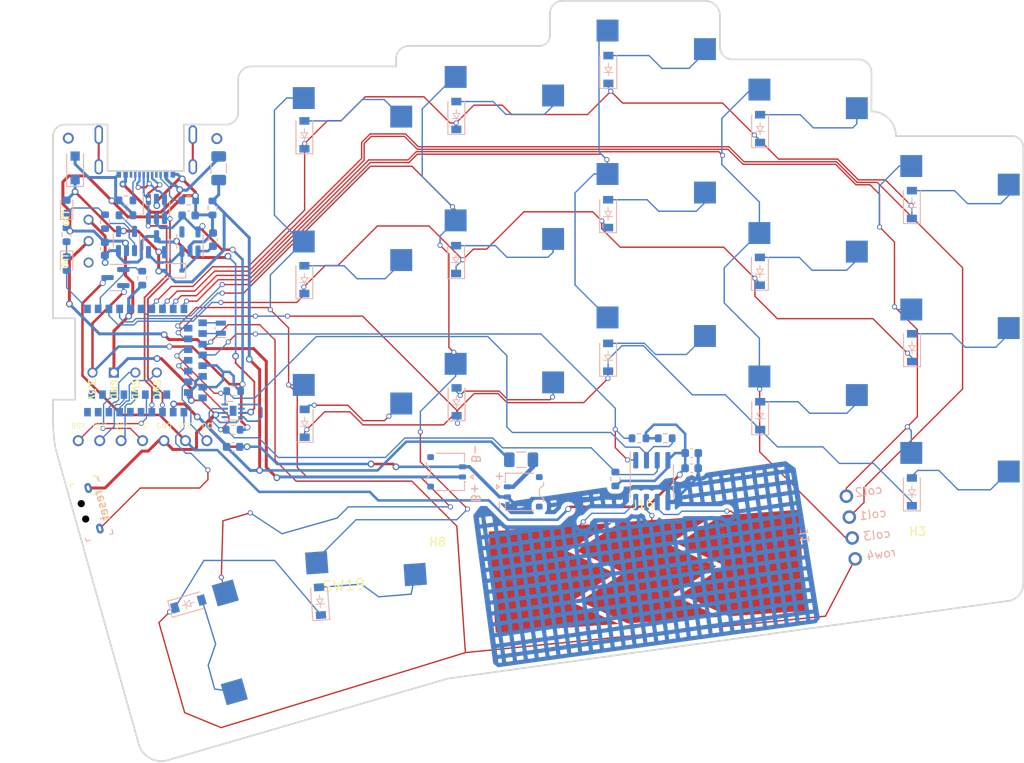
<source format=kicad_pcb>
(kicad_pcb (version 20211014) (generator pcbnew)
  (layers (0 "F.Cu" signal) (31 "B.Cu" signal) (34 "B.Paste" user) (35 "F.Paste" user) (36 "B.SilkS" user "B.Silkscreen") (37 "F.SilkS" user "F.Silkscreen") (38 "B.Mask" user) (39 "F.Mask" user) (44 "Edge.Cuts" user))
  (net 0 "")
  (net 1 "/mcu/VRAW")
  (net 2 "GND")
  (net 3 "Net-(SW19-Pad2)")
  (net 4 "Net-(D2-Pad2)")
  (net 5 "Net-(D3-Pad2)")
  (net 6 "Net-(D4-Pad2)")
  (net 7 "Net-(D5-Pad2)")
  (net 8 "Net-(D6-Pad2)")
  (net 9 "Net-(D8-Pad2)")
  (net 10 "Net-(D9-Pad2)")
  (net 11 "Net-(D10-Pad2)")
  (net 12 "Net-(D11-Pad2)")
  (net 13 "Net-(D12-Pad2)")
  (net 14 "Net-(D14-Pad2)")
  (net 15 "Net-(D15-Pad2)")
  (net 16 "Net-(D16-Pad2)")
  (net 17 "Net-(D17-Pad2)")
  (net 18 "/mcu/VBUS")
  (net 19 "Net-(C2-Pad1)")
  (net 20 "/mcu/nRF_VDD")
  (net 21 "/mcu/VBAT")
  (net 22 "/VCC")
  (net 23 "/keyboard/ROW_1")
  (net 24 "/keyboard/ROW_2")
  (net 25 "/keyboard/ROW_3")
  (net 26 "Net-(D18-Pad2)")
  (net 27 "/mcu/BLUE_LED")
  (net 28 "Net-(F1-Pad2)")
  (net 29 "Net-(F2-Pad2)")
  (net 30 "/keyboard/COL_1")
  (net 31 "/keyboard/COL_2")
  (net 32 "/keyboard/COL_3")
  (net 33 "/mcu/0.07{slash}hi")
  (net 34 "/mcu/0.22{slash}hi")
  (net 35 "/mcu/1.02")
  (net 36 "/mcu/1.04")
  (net 37 "/mcu/1.00{slash}hi")
  (net 38 "Net-(J12-PadA5)")
  (net 39 "/mcu/D+")
  (net 40 "/mcu/D-")
  (net 41 "Net-(J12-PadB5)")
  (net 42 "unconnected-(J12-PadS1)")
  (net 43 "Net-(J16-Pad1)")
  (net 44 "Net-(J16-Pad2)")
  (net 45 "Net-(J16-Pad3)")
  (net 46 "/mcu/VCC_CTRL")
  (net 47 "Net-(R6-Pad2)")
  (net 48 "Net-(R7-Pad1)")
  (net 49 "/mcu/SDA")
  (net 50 "/mcu/SCL")
  (net 51 "/touchbar/INT")
  (net 52 "/COL5")
  (net 53 "/keyboard/COL_6")
  (net 55 "/mcu/RESET")
  (net 58 "Net-(U1-Pad13)")
  (net 59 "Net-(U1-Pad11)")
  (net 60 "/mcu/0.20{slash}hi")
  (net 61 "/mcu/0.12{slash}hi")
  (net 63 "/mcu/0.15{slash}hi")
  (net 64 "/mcu/0.17{slash}hi")
  (net 65 "/mcu/SWD")
  (net 66 "/mcu/SWC")
  (net 67 "/mcu/1.06")
  (net 68 "/mcu/0.10{slash}nfc")
  (net 71 "/mcu/0.24")
  (net 72 "/mcu/0.13")
  (net 73 "/ROW4")
  (net 74 "/keyboard/COL_4")
  (net 75 "/mcu/0.09{slash}nfc")
  (net 76 "Net-(D20-Pad2)")
  (net 77 "Net-(D23-Pad1)")
  (net 78 "Net-(D24-Pad1)")
  (footprint "mylib:Kailh_Choc_Hotplug" (layer "F.Cu") (at 127.878745 68.031463)
    (fp_text reference "SW11" hide)
    (fp_text value "SW_PUSH-kbd" hide)
  )
  (footprint "mylib:Kailh_Choc_Hotplug" (layer "F.Cu") (at 92.484 111.02 -74)
    (fp_text reference "SW20" hide)
    (fp_text value "SW_PUSH-kbd" hide)
  )
  (footprint "mylib:Conn_Display_MountHole" (layer "F.Cu") (at 87.5 88.19)
    (fp_text reference "J9" hide)
    (fp_text value "Conn_Display_general")
  )
  (footprint "mylib:Kailh_Choc_Hotplug" (layer "F.Cu") (at 145.878745 62.531463)
    (fp_text reference "SW10" hide)
    (fp_text value "SW_PUSH-kbd" hide)
  )
  (footprint "MountingHole:MountingHole_3.2mm_M3_DIN965" (layer "F.Cu") (at 179.352 105.686)
    (fp_text reference "H3")
    (fp_text value "MountingHole")
  )
  (footprint "mylib:Kailh_Choc_Hotplug" (layer "F.Cu") (at 145.878745 45.531463)
    (fp_text reference "SW4" hide)
    (fp_text value "SW_PUSH-kbd" hide)
  )
  (footprint "mylib:TouchSlider-3_36x12mm" (layer "F.Cu") (at 147.3 103.658272 4)
    (fp_text reference "J16")
    (fp_text value "Conn_01x03_Male")
  )
  (footprint "mylib:Kailh_Choc_Hotplug" (layer "F.Cu") (at 163.878745 86.531463)
    (fp_text reference "SW15" hide)
    (fp_text value "SW_PUSH-kbd" hide)
  )
  (footprint "mylib:Kailh_Choc_Hotplug" (layer "F.Cu") (at 181.878745 61.592)
    (fp_text reference "SW2" hide)
    (fp_text value "SW_PUSH-kbd" hide)
  )
  (footprint "mylib:Kailh_Choc_Hotplug" (layer "F.Cu") (at 109.878745 70.531463)
    (fp_text reference "SW12" hide)
    (fp_text value "SW_PUSH-kbd" hide)
  )
  (footprint "Connector_PinHeader_2.54mm:PinHeader_1x04_P2.54mm_Vertical" (layer "F.Cu") (at 89.184 80.116 -90)
    (fp_text reference "J11" hide)
    (fp_text value "Conn_01x04_Female")
  )
  (footprint "MountingHole:MountingHole_3.2mm_M3_DIN965" (layer "F.Cu") (at 136.804 43.066)
    (fp_text reference "H6" hide)
    (fp_text value "MountingHole")
  )
  (footprint "mylib:Kailh_Choc_Hotplug" (layer "F.Cu") (at 127.878745 51.031463)
    (fp_text reference "SW5" hide)
    (fp_text value "SW_PUSH-kbd" hide)
  )
  (footprint "mylib:SW_BSI10" (layer "F.Cu") (at 77.8 64.538 90)
    (fp_text reference "SW_Bat1" hide)
    (fp_text value "SW_Battery-kbd")
  )
  (footprint "mylib:Kailh_Choc_Hotplug" (layer "F.Cu") (at 109.878745 53.531463)
    (fp_text reference "SW6" hide)
    (fp_text value "SW_PUSH-kbd" hide)
  )
  (footprint "MountingHole:MountingHole_2mm" (layer "F.Cu") (at 122.456 103.4)
    (fp_text reference "H8")
    (fp_text value "MountingHole")
  )
  (footprint "mylib:Kailh_Choc_Hotplug" (layer "F.Cu") (at 163.878745 69.531463)
    (fp_text reference "SW9" hide)
    (fp_text value "SW_PUSH-kbd" hide)
  )
  (footprint "MountingHole:MountingHole_3.2mm_M3_DIN965" (layer "F.Cu") (at 138.994 91.686)
    (fp_text reference "H2" hide)
    (fp_text value "MountingHole")
  )
  (footprint "mylib:Kailh_Choc_Hotplug" (layer "F.Cu") (at 109.878745 87.531463)
    (fp_text reference "SW18" hide)
    (fp_text value "SW_PUSH-kbd" hide)
  )
  (footprint "MountingHole:MountingHole_3.2mm_M3_DIN965" (layer "F.Cu") (at 90.504 100.646)
    (fp_text reference "H1" hide)
    (fp_text value "MountingHole")
  )
  (footprint "mylib:Kailh_Choc_Hotplug" (layer "F.Cu") (at 145.878745 79.531463)
    (fp_text reference "SW16" hide)
    (fp_text value "SW_PUSH-kbd" hide)
  )
  (footprint "mylib:Kailh_Choc_Hotplug" (layer "F.Cu") (at 111.818939 108.366061 4)
    (fp_text reference "SW19")
    (fp_text value "SW_PUSH-kbd" hide)
  )
  (footprint "MountingHole:MountingHole_3.2mm_M3_DIN965" (layer "F.Cu") (at 173.934 52.036)
    (fp_text reference "H5" hide)
    (fp_text value "MountingHole")
  )
  (footprint "mylib:Kailh_Choc_Hotplug" (layer "F.Cu") (at 163.878745 52.531463)
    (fp_text reference "SW3" hide)
    (fp_text value "SW_PUSH-kbd" hide)
  )
  (footprint "mylib:Kailh_Choc_Hotplug" (layer "F.Cu") (at 181.878745 95.592)
    (fp_text reference "SW14" hide)
    (fp_text value "SW_PUSH-kbd" hide)
  )
  (footprint "mylib:Kailh_Choc_Hotplug" (layer "F.Cu") (at 127.878745 85.031463)
    (fp_text reference "SW17" hide)
    (fp_text value "SW_PUSH-kbd" hide)
  )
  (footprint "mylib:Kailh_Choc_Hotplug" (layer "F.Cu") (at 181.878745 78.592)
    (fp_text reference "SW8" hide)
    (fp_text value "SW_PUSH-kbd" hide)
  )
  (footprint "MountingHole:MountingHole_3.2mm_M3_DIN965" (layer "F.Cu") (at 101.034 45.986)
    (fp_text reference "H7" hide)
    (fp_text value "MountingHole")
  )
  (footprint "Resistor_SMD:R_0603_1608Metric" (layer "B.Cu") (at 98.235 86.89 180)
    (fp_text reference "R9" hide)
    (fp_text value "5.1k")
  )
  (footprint "mylib:Diode" (layer "B.Cu") (at 160.684 51.206 90)
    (fp_text reference "D3" hide)
    (fp_text value "1N4148W" hide)
  )
  (footprint "Fuse:Fuse_1206_3216Metric" (layer "B.Cu") (at 96.52 55.902 90)
    (fp_text reference "F1" hide)
    (fp_text value "500mA")
  )
  (footprint "mylib:Diode" (layer "B.Cu") (at 124.684 49.646 90)
    (fp_text reference "D5" hide)
    (fp_text value "1N4148W" hide)
  )
  (footprint "Resistor_SMD:R_0603_1608Metric" (layer "B.Cu") (at 146.332 87.906 180)
    (fp_text reference "R12" hide)
    (fp_text value "10k")
  )
  (footprint "mylib:Diode" (layer "B.Cu") (at 106.68 51.942 90)
    (fp_text reference "D6" hide)
    (fp_text value "1N4148W" hide)
  )
  (footprint "Capacitor_SMD:C_0603_1608Metric" (layer "B.Cu") (at 95.844 64.356 90)
    (fp_text reference "C2" hide)
    (fp_text value "10u")
  )
  (footprint "Resistor_SMD:R_0603_1608Metric" (layer "B.Cu") (at 143.538 92.732 90)
    (fp_text reference "R10" hide)
    (fp_text value "10k")
  )
  (footprint "mylib:nrfmicro_USB-C_C168688" (layer "B.Cu") (at 87.878743 56.221463 180)
    (fp_text reference "J12" hide)
    (fp_text value "USB-C USB 2.0 MC-372")
  )
  (footprint "mylib:Diode" (layer "B.Cu") (at 106.674 69.106 90)
    (fp_text reference "D12" hide)
    (fp_text value "1N4148W" hide)
  )
  (footprint "mylib:Diode" (layer "B.Cu") (at 124.654 66.726 90)
    (fp_text reference "D11" hide)
    (fp_text value "1N4148W" hide)
  )
  (footprint "mylib:Diode" (layer "B.Cu") (at 160.694 85.226 90)
    (fp_text reference "D15" hide)
    (fp_text value "1N4148W" hide)
  )
  (footprint "Crystal:Crystal_SMD_MicroCrystal_CM9V-T1A-2Pin_1.6x1.0mm" (layer "B.Cu") (at 96.774 74.86 90)
    (fp_text reference "X1" hide)
    (fp_text value "32.768 kHz")
  )
  (footprint "Diode_SMD:D_SOD-123F" (layer "B.Cu") (at 79.504 55.8585 90)
    (fp_text reference "D25" hide)
    (fp_text value "SMF9.0CA")
  )
  (footprint "mylib:MAX17048-TDFN-8-1EP_2x2mm_P0.5mm_EP0.8x1.2mm" (layer "B.Cu") (at 98.226 84.65 180)
    (fp_text reference "U4" hide)
    (fp_text value "MAX17048")
  )
  (footprint "Resistor_SMD:R_0603_1608Metric" (layer "B.Cu") (at 85.534 61.476)
    (fp_text reference "R7" hide)
    (fp_text value "5K")
  )
  (footprint "mylib:Diode" (layer "B.Cu") (at 124.714 83.588 90)
    (fp_text reference "D17" hide)
    (fp_text value "1N4148W" hide)
  )
  (footprint "mylib:JST_ACH_BM02B-ACHSS-GAN-ETF_1x02-1MP_P1.20mm_Vertical" (layer "B.Cu") (at 132.616 94.256 -90)
    (fp_text reference "WirelessCharger1" hide)
    (fp_text value "Conn_01x02_Female" hide)
  )
  (footprint "Capacitor_SMD:C_0603_1608Metric" (layer "B.Cu") (at 92.964 61.49)
    (fp_text reference "C3" hide)
    (fp_text value "4.7u")
  )
  (footprint "Capacitor_SMD:C_0603_1608Metric" (layer "B.Cu") (at 152.584 89.656)
    (fp_text reference "C15" hide)
    (fp_text value "1uF")
  )
  (footprint "mylib:E73-2G4M08S1C-52840" (layer "B.Cu") (at 95 78.69 180)
    (fp_text reference "U1" hide)
    (fp_text value "E73-2G4M08S1C" hide)
  )
  (footprint "LED_SMD:LED_0603_1608Metric" (layer "B.Cu") (at 78.5 67.19 -90)
    (fp_text reference "D23" hide)
    (fp_text value "BLUE")
  )
  (footprint "Capacitor_SMD:C_0603_1608Metric" (layer "B.Cu") (at 83.034 65.446 90)
    (fp_text reference "C4" hide)
    (fp_text value "0.1u")
  )
  (footprint "Package_TO_SOT_SMD:SOT-23-5" (layer "B.Cu") (at 93.114 64.586 90)
    (fp_text reference "U3" hide)
    (fp_text value "XC6220B331MR-G")
  )
  (footprint "mylib:Diode" (layer "B.Cu") (at 178.674 94.256 90)
    (fp_text reference "D14" hide)
    (fp_text value "1N4148W" hide)
  )
  (footprint "Capacitor_SMD:C_0603_1608Metric" (layer "B.Cu") (at 98.236 88.922)
    (fp_text reference "C1" hide)
    (fp_text value "4.7u")
  )
  (footprint "Resistor_SMD:R_0603_1608Metric" (layer "B.Cu") (at 149.443 87.906)
    (fp_text reference "R11" hide)
    (fp_text value "10k")
  )
  (footprint "Resistor_SMD:R_0603_1608Metric" (layer "B.Cu") (at 92.964 59.712 180)
    (fp_text reference "R2" hide)
    (fp_text value "5.1K")
  )
  (footprint "mylib:SW_Reset_vertical" (layer "B.Cu") (at 79.677489 96.796 -74)
    (fp_text reference "SW_Reset1" hide)
    (fp_text value "SW_RESET-kbd")
  )
  (footprint "Package_TO_SOT_SMD:SOT-23" (layer "B.Cu") (at 89.154 64.916 90)
    (fp_text reference "Q1" hide)
    (fp_text value "AO3407")
  )
  (footprint "Resistor_SMD:R_0603_1608Metric" (layer "B.Cu") (at 78.486 63.776 90)
    (fp_text reference "R4" hide)
    (fp_text value "1K")
  )
  (footprint "mylib:JST_ACH_BM02B-ACHSS-GAN-ETF_1x02-1MP_P1.20mm_Vertical" (layer "B.Cu") (at 123.534 91.886 90)
    (fp_text reference "Bat_main1" hide)
    (fp_text value "Conn_Battery_solderable")
  )
  (footprint "Fuse:Fuse_1206_3216Metric" (layer "B.Cu") (at 132.362 90.446)
    (fp_text reference "F2" hide)
    (fp_text value "500mA")
  )
  (footprint "mylib:Diode" (layer "B.Cu") (at 142.674 61.286 90)
    (fp_text reference "D10" hide)
    (fp_text value "1N4148W" hide)
  )
  (footprint "Resistor_SMD:R_0603_1608Metric" (layer "B.Cu") (at 95.784 60.606 -90)
    (fp_text reference "R3" hide)
    (fp_text value "100K")
  )
  (footprint "Resistor_SMD:R_0603_1608Metric" (layer "B.Cu") (at 85.534 59.712 180)
    (fp_text reference "R1" hide)
    (fp_text value "5.1K")
  )
  (footprint "mylib:Diode" (layer "B.Cu") (at 142.674 78.306 90)
    (fp_text reference "D16" hide)
    (fp_text value "1N4148W" hide)
  )
  (footprint "Package_TO_SOT_SMD:SOT-23" (layer "B.Cu") (at 84.284 68.856 180)
    (fp_text reference "Q2" hide)
    (fp_text value "AO3407")
  )
  (footprint "mylib:SRV05-4" (layer "B.Cu") (at 89.144 60.728 -90)
    (fp_text reference "U2" hide)
    (fp_text value "SRV05-4")
  )
  (footprint "mylib:Diode" (layer "B.Cu") (at 178.694 77.166537 90)
    (fp_text reference "D8" hide)
    (fp_text value "1N4148W" hide)
  )
  (footprint "Package_TO_SOT_SMD:SOT-23-5" (layer "B.Cu") (at 85.594 64.526 90)
    (fp_text reference "U5" hide)
    (fp_text value "TP4054")
  )
  (footprint "Resistor_SMD:R_0603_1608Metric" (layer "B.Cu") (at 83.044 62.236 -90)
    (fp_text reference "R6" hide)
    (fp_text value "1K")
  )
  (footprint "mylib:Diode" (layer "B.Cu") (at 160.664 68.116 90)
    (fp_text reference "D9" hide)
    (fp_text value "1N4148W" hide)
  )
  (footprint "Resistor_SMD:R_0603_1608Metric" (layer "B.Cu") (at 87.454 68.926 -90)
    (fp_text reference "R5" hide)
    (fp_text value "2M")
  )
  (footprint "Resistor_SMD:R_0603_1608Metric" (layer "B.Cu") (at 98.298 82.318 180)
    (fp_text reference "R8" hide)
    (fp_text value "5.1k")
  )
  (footprint "mylib:Diode" (layer "B.Cu") (at 106.708 86.128 90)
    (fp_text reference "D18" hide)
    (fp_text value "1N4148W" hide)
  )
  (footprint "LED_SMD:LED_0603_1608Metric" (layer "B.Cu") (at 78.5 60.474 90)
    (fp_text reference "D24" hide)
    (fp_text value "RED")
  )
  (footprint "mylib:Diode" (layer "B.Cu") (at 92.924 107.536 16)
    (fp_text reference "D20" hide)
    (fp_text value "1N4148W" hide)
  )
  (footprint "mylib:Diode" (layer "B.Cu") (at 178.674 60.206537 90)
    (fp_text reference "D2" hide)
    (fp_text value "1N4148W" hide)
  )
  (footprint "Package_SO:SOIC-8_3.9x4.9mm_P1.27mm" (layer "B.Cu") (at 147.856 92.986 -90)
    (fp_text reference "U8" hide)
    (fp_text value "CAP1203")
  )
  (footprint "mylib:Diode" (layer "B.Cu") (at 108.524 107.21 94)
    (fp_text reference "D19" hide)
    (fp_text value "1N4148W" hide)
  )
  (footprint "Diode_SMD:D_SOD-323" (layer "B.Cu") (at 91.104 68.046 180)
    (fp_text reference "D22" hide)
    (fp_text value "BAT60B")
  )
  (footprint "Capacitor_SMD:C_0603_1608Metric" (layer "B.Cu") (at 152.574 91.456)
    (fp_text reference "C14" hide)
    (fp_text value "0.1uF")
  )
  (footprint "mylib:Diode" (layer "B.Cu") (at 142.704 44.196 90)
    (fp_text reference "D4" hide)
    (fp_text value "1N4148W" hide)
  )
  (footprint "mylib:Magnetic-PogoPin-1x04-Female" (layer "B.Cu") (at 171.434 98.483835 -82)
    (fp_text reference "J1")
    (fp_text value "expantion1")
  )
  (gr_line (start 157.328743 43.006463) (end 172.378743 43.006463) (layer "Edge.Cuts") (width 0.2))
  (gr_arc (start 154.233743 36.061463) (mid 155.438805 36.621321) (end 155.928743 37.856463) (layer "Edge.Cuts") (width 0.2))
  (gr_arc (start 98.834 45.3) (mid 99.284338 44.283557) (end 100.3 43.831463) (layer "Edge.Cuts") (width 0.2))
  (gr_line (start 176.778743 52.092) (end 190.528743 52.092) (layer "Edge.Cuts") (width 0.2))
  (gr_line (start 79.502 83.334) (end 76.878743 83.334) (layer "Edge.Cuts") (width 0.2))
  (gr_line (start 77.184 89.126) (end 87.104 124.346) (layer "Edge.Cuts") (width 0.2))
  (gr_arc (start 135.778938 37.54105) (mid 136.222437 36.490666) (end 137.278743 36.061463) (layer "Edge.Cuts") (width 0.2))
  (gr_arc (start 173.878743 49.167) (mid 175.93453 50.02889) (end 176.778743 52.092) (layer "Edge.Cuts") (width 0.2))
  (gr_line (start 83.348743 56.221463) (end 92.398743 56.221463) (layer "Edge.Cuts") (width 0.2))
  (gr_line (start 79.502 73.682) (end 79.502 83.334) (layer "Edge.Cuts") (width 0.2))
  (gr_line (start 83.348743 50.723963) (end 83.348743 56.221463) (layer "Edge.Cuts") (width 0.2))
  (gr_line (start 97.378743 50.721463) (end 92.398743 50.723963) (layer "Edge.Cuts") (width 0.2))
  (gr_arc (start 172.378743 43.006463) (mid 173.439403 43.445803) (end 173.878743 44.506463) (layer "Edge.Cuts") (width 0.2))
  (gr_arc (start 77.184 89.126) (mid 76.933638 87.070231) (end 76.878743 85) (layer "Edge.Cuts") (width 0.2))
  (gr_line (start 119.158999 41.4) (end 134.628743 41.4) (layer "Edge.Cuts") (width 0.2))
  (gr_line (start 191.878743 53.367) (end 191.878743 105.008935) (layer "Edge.Cuts") (width 0.2))
  (gr_arc (start 98.834 49.168) (mid 98.44816 50.264913) (end 97.378743 50.721463) (layer "Edge.Cuts") (width 0.2))
  (gr_line (start 173.878743 44.506463) (end 173.878743 49.167) (layer "Edge.Cuts") (width 0.2))
  (gr_line (start 123.704 116.376) (end 90.714 125.986) (layer "Edge.Cuts") (width 0.2))
  (gr_line (start 76.878743 83.334) (end 76.878743 85) (layer "Edge.Cuts") (width 0.2))
  (gr_arc (start 190.528743 52.092) (mid 191.467805 52.449905) (end 191.878743 53.367) (layer "Edge.Cuts") (width 0.2))
  (gr_line (start 137.278743 36.061463) (end 154.233743 36.061463) (layer "Edge.Cuts") (width 0.2))
  (gr_arc (start 90.714 125.986) (mid 88.569345 125.913655) (end 87.104 124.346) (layer "Edge.Cuts") (width 0.2))
  (gr_line (start 123.704 116.376) (end 190.346979 107.143919) (layer "Edge.Cuts") (width 0.2))
  (gr_line (start 155.928743 37.856463) (end 155.928743 41.426) (layer "Edge.Cuts") (width 0.2))
  (gr_arc (start 117.550501 42.856384) (mid 118.053123 41.795061) (end 119.158999 41.4) (layer "Edge.Cuts") (width 0.2))
  (gr_line (start 76.878743 73.682) (end 76.878743 51.971463) (layer "Edge.Cuts") (width 0.2))
  (gr_line (start 98.834 49.168) (end 98.834 45.3) (layer "Edge.Cuts") (width 0.2))
  (gr_arc (start 191.878743 105.008935) (mid 191.475226 106.336409) (end 190.346979 107.143919) (layer "Edge.Cuts") (width 0.2))
  (gr_line (start 117.550501 43.831463) (end 117.550501 42.856384) (layer "Edge.Cuts") (width 0.2))
  (gr_line (start 92.398743 56.221463) (end 92.398743 50.723963) (layer "Edge.Cuts") (width 0.2))
  (gr_line (start 83.348743 50.723963) (end 78.378743 50.721463) (layer "Edge.Cuts") (width 0.2))
  (gr_arc (start 76.878743 51.971463) (mid 77.381918 51.050273) (end 78.378743 50.721463) (layer "Edge.Cuts") (width 0.2))
  (gr_line (start 135.778743 40.1) (end 135.778743 37.541063) (layer "Edge.Cuts") (width 0.2))
  (gr_line (start 76.878743 73.682) (end 79.502 73.682) (layer "Edge.Cuts") (width 0.2))
  (gr_arc (start 157.328743 43.006463) (mid 156.301419 42.506181) (end 155.928743 41.426) (layer "Edge.Cuts") (width 0.2))
  (gr_arc (start 135.778743 40.1) (mid 135.472982 40.988173) (end 134.628743 41.4) (layer "Edge.Cuts") (width 0.2))
  (gr_line (start 100.3 43.831463) (end 117.550501 43.831463) (layer "Edge.Cuts") (width 0.2))
  (segment (start 102.164 78.79) (end 102.164 91.341023) (width 0.35) (layer "F.Cu") (net 1))
  (segment (start 102.164 91.341023) (end 103.406 92.583023) (width 0.35) (layer "F.Cu") (net 1))
  (segment (start 79.766 65.838) (end 78.826 66.778) (width 0.35) (layer "F.Cu") (net 1))
  (segment (start 95.056 77.278) (end 100.652 77.278) (width 0.35) (layer "F.Cu") (net 1))
  (segment (start 79.8 65.838) (end 79.766 65.838) (width 0.35) (layer "F.Cu") (net 1))
  (segment (start 78.826 66.778) (end 78.826 71.978) (width 0.35) (layer "F.Cu") (net 1))
  (segment (start 81.1 64.538) (end 79.8 65.838) (width 0.35) (layer "F.Cu") (net 1))
  (segment (start 90.056 75.628) (end 90.636 76.208) (width 0.35) (layer "F.Cu") (net 1))
  (segment (start 100.652 77.278) (end 102.164 78.79) (width 0.35) (layer "F.Cu") (net 1))
  (segment (start 93.986 76.208) (end 95.056 77.278) (width 0.35) (layer "F.Cu") (net 1))
  (segment (start 90.636 76.208) (end 93.986 76.208) (width 0.35) (layer "F.Cu") (net 1))
  (via (at 103.406 92.583023) (size 0.8) (drill 0.5) (layers "F.Cu" "B.Cu") (net 1))
  (via (at 78.826 71.978) (size 0.8) (drill 0.5) (layers "F.Cu" "B.Cu") (net 1))
  (via (at 90.056 75.628) (size 0.8) (drill 0.5) (layers "F.Cu" "B.Cu") (net 1))
  (segment (start 82.376 75.528) (end 89.956 75.528) (width 0.35) (layer "B.Cu") (net 1))
  (segment (start 103.503023 92.486) (end 103.406 92.583023) (width 0.35) (layer "B.Cu") (net 1))
  (segment (start 89.956 75.528) (end 90.056 75.628) (width 0.35) (layer "B.Cu") (net 1))
  (segment (start 78.826 71.978) (end 82.376 75.528) (width 0.35) (layer "B.Cu") (net 1))
  (segment (start 125.409 92.486) (end 103.503023 92.486) (width 0.35) (layer "B.Cu") (net 1))
  (segment (start 89.901988 61.662012) (end 85.760012 61.662012) (width 0.35) (layer "F.Cu") (net 2))
  (segment (start 80.906 56.808) (end 83.856 59.758) (width 0.35) (layer "F.Cu") (net 2))
  (segment (start 93.286 82.028) (end 89.716 78.458) (width 0.35) (layer "F.Cu") (net 2))
  (segment (start 117.202 90.954) (end 117.534 91.286) (width 0.3) (layer "F.Cu") (net 2))
  (segment (start 89.716 78.458) (end 89.216 78.458) (width 0.35) (layer "F.Cu") (net 2))
  (segment (start 95.532 86.912) (end 97.526 88.906) (width 0.3) (layer "F.Cu") (net 2))
  (segment (start 78.883 60.965) (end 78.056 60.138) (width 0.35) (layer "F.Cu") (net 2))
  (segment (start 83.049775 93.800225) (end 81.055108 93.800225) (width 0.35) (layer "F.Cu") (net 2))
  (segment (start 92.406 59.158) (end 89.901988 61.662012) (width 0.35) (layer "F.Cu") (net 2))
  (segment (start 95.996 85.128) (end 96.176 85.128) (width 0.35) (layer "F.Cu") (net 2))
  (segment (start 94.466 83.418) (end 96.176 85.128) (width 0.2) (layer "F.Cu") (net 2))
  (segment (start 93.894 87.23) (end 95.996 85.128) (width 0.35) (layer "F.Cu") (net 2))
  (segment (start 114.582 90.954) (end 117.202 90.954) (width 0.3) (layer "F.Cu") (net 2))
  (segment (start 78.056 60.138) (end 78.056 57.518) (width 0.35) (layer "F.Cu") (net 2))
  (segment (start 78.766 56.808) (end 80.906 56.808) (width 0.35) (layer "F.Cu") (net 2))
  (segment (start 86.336 69.478) (end 86.336 72.943998) (width 0.35) (layer "F.Cu") (net 2))
  (segment (start 92.202 57.172) (end 91.812 57.172) (width 0.35) (layer "F.Cu") (net 2))
  (segment (start 93.672511 89.229489) (end 93.894 89.008) (width 0.35) (layer "F.Cu") (net 2))
  (segment (start 93.766 59.158) (end 92.406 59.158) (width 0.35) (layer "F.Cu") (net 2))
  (segment (start 95.532 85.772) (end 95.532 86.912) (width 0.3) (layer "F.Cu") (net 2))
  (segment (start 86.336 72.943998) (end 85.851998 73.428) (width 0.35) (layer "F.Cu") (net 2))
  (segment (start 96.176 85.128) (end 95.532 85.772) (width 0.3) (layer "F.Cu") (net 2))
  (segment (start 84.104 75.176) (end 84.104 80.116) (width 0.35) (layer "F.Cu") (net 2))
  (segment (start 87.424 89.426) (end 83.049775 93.800225) (width 0.35) (layer "F.Cu") (net 2))
  (segment (start 85.852 73.428) (end 84.104 75.176) (width 0.35) (layer "F.Cu") (net 2))
  (segment (start 93.894 89.008) (end 93.894 87.23) (width 0.35) (layer "F.Cu") (net 2))
  (segment (start 93.286 83.418) (end 94.466 83.418) (width 0.2) (layer "F.Cu") (net 2))
  (segment (start 90.04 88.19) (end 91.079489 89.229489) (width 0.35) (layer "F.Cu") (net 2))
  (segment (start 91.079489 89.229489) (end 93.672511 89.229489) (width 0.35) (layer "F.Cu") (net 2))
  (segment (start 78.056 57.518) (end 78.766 56.808) (width 0.35) (layer "F.Cu") (net 2))
  (segment (start 85.760012 61.662012) (end 83.856 59.758) (width 0.35) (layer "F.Cu") (net 2))
  (segment (start 91.812 57.172) (end 89.186 59.798) (width 0.35) (layer "F.Cu") (net 2))
  (segment (start 90.04 88.19) (end 89.4 88.19) (width 0.35) (layer "F.Cu") (net 2))
  (segment (start 93.286 83.418) (end 93.286 82.028) (width 0.35) (layer "F.Cu") (net 2))
  (segment (start 89.186 59.798) (end 89.186 60.338) (width 0.35) (layer "F.Cu") (net 2))
  (segment (start 92.202 57.172) (end 93.766 58.736) (width 0.35) (layer "F.Cu") (net 2))
  (segment (start 93.766 58.736) (end 93.766 59.158) (width 0.35) (layer "F.Cu") (net 2))
  (segment (start 78.883 63.348) (end 78.883 60.965) (width 0.35) (layer "F.Cu") (net 2))
  (segment (start 89.4 88.19) (end 88.164 89.426) (width 0.35) (layer "F.Cu") (net 2))
  (segment (start 85.476 68.618) (end 86.336 69.478) (width 0.35) (layer "F.Cu") (net 2))
  (segment (start 97.526 88.906) (end 99.884 88.906) (width 0.3) (layer "F.Cu") (net 2))
  (segment (start 85.476 64.768) (end 85.476 68.618) (width 0.35) (layer "F.Cu") (net 2))
  (segment (start 88.164 89.426) (end 87.424 89.426) (width 0.35) (layer "F.Cu") (net 2))
  (via (at 85.851998 73.428) (size 0.8) (drill 0.5) (layers "F.Cu" "B.Cu") (net 2))
  (via (at 92.202 57.172) (size 0.8) (drill 0.5) (layers "F.Cu" "B.Cu") (net 2))
  (via (at 99.884 88.906) (size 0.8) (drill 0.5) (layers "F.Cu" "B.Cu") (net 2))
  (via (at 117.534 91.286) (size 0.8) (drill 0.5) (layers "F.Cu" "B.Cu") (net 2))
  (via (at 89.186 60.338) (size 0.8) (drill 0.5) (layers "F.Cu" "B.Cu") (net 2))
  (via (at 83.856 59.758) (size 0.8) (drill 0.5) (layers "F.Cu" "B.Cu") (net 2))
  (via (at 93.766 59.158) (size 0.8) (drill 0.5) (layers "F.Cu" "B.Cu") (net 2))
  (via (at 78.883 63.348) (size 0.8) (drill 0.5) (layers "F.Cu" "B.Cu") (net 2))
  (via (at 96.176 85.128) (size 0.8) (drill 0.5) (layers "F.Cu" "B.Cu") (net 2))
  (via (at 114.582 90.954) (size 0.8) (drill 0.5) (layers "F.Cu" "B.Cu") (net 2))
  (via (at 89.216 78.458) (size 0.8) (drill 0.5) (layers "F.Cu" "B.Cu") (net 2))
  (via (at 93.286 83.418) (size 0.8) (drill 0.5) (layers "F.Cu" "B.Cu") (net 2))
  (via (at 85.476 64.768) (size 0.8) (drill 0.5) (layers "F.Cu" "B.Cu") (net 2))
  (segment (start 153.349 92.481) (end 153.349 91.456) (width 0.35) (layer "B.Cu") (net 2))
  (segment (start 96.176 85.528) (end 96.176 85.128) (width 0.2) (layer "B.Cu") (net 2))
  (segment (start 79.504 55.404) (end 81.095983 56.995983) (width 0.35) (layer "B.Cu") (net 2))
  (segment (start 101.178 83.9) (end 101.628 84.35) (width 0.2) (layer "B.Cu") (net 2))
  (segment (start 153.349 91.456) (end 153.349 89.666) (width 0.35) (layer "B.Cu") (net 2))
  (segment (start 99.2135 83.9) (end 101.178 83.9) (width 0.2) (layer "B.Cu") (net 2))
  (segment (start 83.902 59.712) (end 83.856 59.758) (width 0.35) (layer "B.Cu") (net 2))
  (segment (start 95.784 61.431) (end 93.798 61.431) (width 0.35) (layer "B.Cu") (net 2))
  (segment (start 101.628 85.366) (end 101.12 85.874) (width 0.2) (layer "B.Cu") (net 2))
  (segment (start 133.632 95.018) (end 132.87 95.78) (width 0.35) (layer "B.Cu") (net 2))
  (segment (start 103.462 90.954) (end 114.582 90.954) (width 0.3) (layer "B.Cu") (net 2))
  (segment (start 85.762 78.458) (end 89.216 78.458) (width 0.35) (layer "B.Cu") (net 2))
  (segment (start 84.709 59.712) (end 84.309223 59.312223) (width 0.35) (layer "B.Cu") (net 2))
  (segment (start 96.404 84.9) (end 96.176 85.128) (width 0.2) (layer "B.Cu") (net 2))
  (segment (start 95.784 61.431) (end 95.784 63.521) (width 0.35) (layer "B.Cu") (net 2))
  (segment (start 99.884 88.906) (end 101.414 88.906) (width 0.3) (layer "B.Cu") (net 2))
  (segment (start 86.05 72.571) (end 86.05 73.229998) (width 0.2) (layer "B.Cu") (net 2))
  (segment (start 145.584 93.616) (end 144.182 95.018) (width 0.35) (layer "B.Cu") (net 2))
  (segment (start 99.942 85.874) (end 99.468 85.4) (width 0.2) (layer "B.Cu") (net 2))
  (segment (start 86.05 73.229998) (end 85.851998 73.428) (width 0.2) (layer "B.Cu") (net 2))
  (segment (start 96.676 86.028) (end 96.176 85.528) (width 0.2) (layer "B.Cu") (net 2))
  (segment (start 84.309223 56.995983) (end 84.683743 56.621463) (width 0.35) (layer "B.Cu") (net 2))
  (segment (start 86.359 61.362) (end 84.709 59.712) (width 0.35) (layer "B.Cu") (net 2))
  (segment (start 92.908 83.04) (end 93.286 83.418) (width 0.35) (layer "B.Cu") (net 2))
  (segment (start 98.5855 86.028) (end 96.676 86.028) (width 0.2) (layer "B.Cu") (net 2))
  (segment (start 83.167 64.538) (end 85.246 64.538) (width 0.35) (layer "B.Cu") (net 2))
  (segment (start 84.104 80.116) (end 85.762 78.458) (width 0.35) (layer "B.Cu") (net 2))
  (segment (start 84.709 59.712) (end 83.902 59.712) (width 0.35) (layer "B.Cu") (net 2))
  (segment (start 101.414 88.906) (end 103.462 90.954) (width 0.3) (layer "B.Cu") (net 2))
  (segment (start 85.594 64.886) (end 85.476 64.768) (width 0.35) (layer "B.Cu") (net 2))
  (segment (start 93.008 82.477) (end 93.774 81.711) (width 0.35) (layer "B.Cu") (net 2))
  (segment (start 101.628 84.35) (end 101.628 85.366) (width 0.2) (layer "B.Cu") (net 2))
  (segment (start 93.114 65.07) (end 93.114 65.7235) (width 0.35) (layer "B.Cu") (net 2))
  (segment (start 97.2385 84.9) (end 96.404 84.9) (width 0.2) (layer "B.Cu") (net 2))
  (segment (start 149.761 95.461) (end 150.369 95.461) (width 0.35) (layer "B.Cu") (net 2))
  (segment (start 125.434 91.286) (end 117.534 91.286) (width 0.3) (layer "B.Cu") (net 2))
  (segment (start 89.144 59.5905) (end 89.144 60.296) (width 0.35) (layer "B.Cu") (net 2))
  (segment (start 81.095983 56.995983) (end 84.309223 56.995983) (width 0.35) (layer "B.Cu") (net 2))
  (segment (start 92.908 82.477) (end 92.908 83.04) (width 0.35) (layer "B.Cu") (net 2))
  (segment (start 84.309223 59.312223) (end 84.309223 56.995983) (width 0.35) (layer "B.Cu") (net 2))
  (segment (start 99.942 85.874) (end 101.12 85.874) (width 0.2) (layer "B.Cu") (net 2))
  (segment (start 95.844 63.581) (end 94.807 64.618) (width 0.35) (layer "B.Cu") (net 2))
  (segment (start 99.2135 85.4) (end 98.5855 86.028) (width 0.2) (layer "B.Cu") (net 2))
  (segment (start 85.851998 71.353002) (end 85.851998 73.428) (width 0.35) (layer "B.Cu") (net 2))
  (segment (start 93.566 64.618) (end 93.114 65.07) (width 0.35) (layer "B.Cu") (net 2))
  (segment (start 149.761 94.203) (end 149.174 93.616) (width 0.35) (layer "B.Cu") (net 2))
  (segment (start 129.804 94.856) (end 126.234 91.286) (width 0.4) (layer "B.Cu") (net 2))
  (segment (start 93.789 59.181) (end 93.766 59.158) (width 0.35) (layer "B.Cu") (net 2))
  (segment (start 130.741 94.856) (end 131.665 95.78) (width 0.4) (layer "B.Cu") (net 2))
  (segment (start 94.807 64.618) (end 93.566 64.618) (width 0.35) (layer "B.Cu") (net 2))
  (segment (start 91.083743 56.621463) (end 91.651463 56.621463) (width 0.35) (layer "B.Cu") (net 2))
  (segment (start 87.454 69.751) (end 85.851998 71.353002) (width 0.35) (layer "B.Cu") (net 2))
  (segment (start 93.774 81.711) (end 93.774 81.175978) (width 0.35) (layer "B.Cu") (net 2))
  (segment (start 144.182 95.018) (end 133.632 95.018) (width 0.35) (layer "B.Cu") (net 2))
  (segment (start 81.711 63.348) (end 78.883 63.348) (width 0.35) (layer "B.Cu") (net 2))
  (segment (start 78.883 63.348) (end 78.486 62.951) (width 0.35) (layer "B.Cu") (net 2))
  (segment (start 93.789 61.44) (end 93.789 59.181) (width 0.35) (layer "B.Cu") (net 2))
  (segment (start 149.761 95.461) (end 149.761 94.203) (width 0.35) (layer "B.Cu") (net 2))
  (segment (start 99.0435 88.906) (end 99.884 88.906) (width 0.3) (layer "B.Cu") (net 2))
  (segment (start 85.594 65.6635) (end 85.594 64.886) (width 0.35) (layer "B.Cu") (net 2))
  (segment (start 89.144 60.296) (end 89.186 60.338) (width 0.35) (layer "B.Cu") (net 2))
  (segment (start 130.741 94.856) (end 129.804 94.856) (width 0.4) (layer "B.Cu") (net 2))
  (segment (start 85.246 64.538) (end 85.476 64.768) (width 0.35) (layer "B.Cu") (net 2))
  (segment (start 83.034 64.671) (end 81.711 63.348) (width 0.35) (layer "B.Cu") (net 2))
  (segment (start 91.651463 56.621463) (end 92.202 57.172) (width 0.35) (layer "B.Cu") (net 2))
  (segment (start 79.504 54.4585) (end 79.504 55.404) (width 0.35) (layer "B.Cu") (net 2))
  (segment (start 126.234 91.286) (end 125.434 91.286) (width 0.4) (layer "B.Cu") (net 2))
  (segment (start 93.774 81.175978) (end 94.379978 80.57) (width 0.35) (layer "B.Cu") (net 2))
  (segment (start 149.174 93.616) (end 145.584 93.616) (width 0.35) (layer "B.Cu") (net 2))
  (segment (start 150.369 95.461) (end 153.349 92.481) (width 0.35) (layer "B.Cu") (net 2))
  (segment (start 131.665 95.78) (end 132.87 95.78) (width 0.4) (layer "B.Cu") (net 2))
  (segment (start 113.424 105.196) (end 115.484 106.696) (width 0.16) (layer "B.Cu") (net 3))
  (segment (start 115.484 106.696) (end 119.324 106.376) (width 0.16) (layer "B.Cu") (net 3))
  (segment (start 108.408902 105.564019) (end 113.424 105.196) (width 0.16) (layer "B.Cu") (net 3))
  (segment (start 119.324 106.376) (end 119.812195 104.047961) (width 0.16) (layer "B.Cu") (net 3))
  (segment (start 178.674 58.556537) (end 183.734 58.556537) (width 0.16) (layer "B.Cu") (net 4))
  (segment (start 183.734 58.556537) (end 185.274 60.096537) (width 0.16) (layer "B.Cu") (net 4))
  (segment (start 185.274 60.096537) (end 189.194 60.096537) (width 0.16) (layer "B.Cu") (net 4))
  (segment (start 190.153745 59.136792) (end 190.153745 57.842) (width 0.16) (layer "B.Cu") (net 4))
  (segment (start 189.194 60.096537) (end 190.153745 59.136792) (width 0.16) (layer "B.Cu") (net 4))
  (segment (start 160.684 49.556) (end 165.444 49.556) (width 0.16) (layer "B.Cu") (net 5))
  (segment (start 171.664 51.116) (end 172.153745 50.626255) (width 0.16) (layer "B.Cu") (net 5))
  (segment (start 165.444 49.556) (end 167.004 51.116) (width 0.16) (layer "B.Cu") (net 5))
  (segment (start 172.153745 50.626255) (end 172.153745 48.781463) (width 0.16) (layer "B.Cu") (net 5))
  (segment (start 167.004 51.116) (end 171.664 51.116) (width 0.16) (layer "B.Cu") (net 5))
  (segment (start 152.264 44.066) (end 154.153745 42.176255) (width 0.16) (layer "B.Cu") (net 6))
  (segment (start 149.044 44.066) (end 152.264 44.066) (width 0.16) (layer "B.Cu") (net 6))
  (segment (start 142.704 42.546) (end 147.524 42.546) (width 0.16) (layer "B.Cu") (net 6))
  (segment (start 147.524 42.546) (end 149.044 44.066) (width 0.16) (layer "B.Cu") (net 6))
  (segment (start 130.554 49.516) (end 135.124 49.516) (width 0.16) (layer "B.Cu") (net 7))
  (segment (start 124.684 47.996) (end 129.034 47.996) (width 0.16) (layer "B.Cu") (net 7))
  (segment (start 135.124 49.516) (end 136.153745 48.486255) (width 0.16) (layer "B.Cu") (net 7))
  (segment (start 129.034 47.996) (end 130.554 49.516) (width 0.16) (layer "B.Cu") (net 7))
  (segment (start 110.998 50.292) (end 113.538 47.752) (width 0.16) (layer "B.Cu") (net 8))
  (segment (start 116.124282 47.752) (end 118.153745 49.781463) (width 0.16) (layer "B.Cu") (net 8))
  (segment (start 106.68 50.292) (end 110.998 50.292) (width 0.16) (layer "B.Cu") (net 8))
  (segment (start 113.538 47.752) (end 116.124282 47.752) (width 0.16) (layer "B.Cu") (net 8))
  (segment (start 185.004 77.116537) (end 188.614 77.116537) (width 0.16) (layer "B.Cu") (net 9))
  (segment (start 183.404 75.516537) (end 185.004 77.116537) (width 0.16) (layer "B.Cu") (net 9))
  (segment (start 188.614 77.116537) (end 190.153745 75.576792) (width 0.16) (layer "B.Cu") (net 9))
  (segment (start 178.694 75.516537) (end 183.404 75.516537) (width 0.16) (layer "B.Cu") (net 9))
  (segment (start 170.944 67.986) (end 172.153745 66.776255) (width 0.16) (layer "B.Cu") (net 10))
  (segment (start 166.844 67.986) (end 170.944 67.986) (width 0.16) (layer "B.Cu") (net 10))
  (segment (start 165.324 66.466) (end 166.844 67.986) (width 0.16) (layer "B.Cu") (net 10))
  (segment (start 160.664 66.466) (end 165.324 66.466) (width 0.16) (layer "B.Cu") (net 10))
  (segment (start 153.124 60.996) (end 154.153745 59.966255) (width 0.16) (layer "B.Cu") (net 11))
  (segment (start 148.664 60.996) (end 153.124 60.996) (width 0.16) (layer "B.Cu") (net 11))
  (segment (start 142.674 59.636) (end 147.304 59.636) (width 0.16) (layer "B.Cu") (net 11))
  (segment (start 147.304 59.636) (end 148.664 60.996) (width 0.16) (layer "B.Cu") (net 11))
  (segment (start 129.314 65.076) (end 130.694 66.456) (width 0.16) (layer "B.Cu") (net 12))
  (segment (start 135.544 66.456) (end 136.153745 65.846255) (width 0.16) (layer "B.Cu") (net 12))
  (segment (start 130.694 66.456) (end 135.544 66.456) (width 0.16) (layer "B.Cu") (net 12))
  (segment (start 136.153745 65.846255) (end 136.153745 64.281463) (width 0.16) (layer "B.Cu") (net 12))
  (segment (start 124.654 65.076) (end 129.314 65.076) (width 0.16) (layer "B.Cu") (net 12))
  (segment (start 106.674 67.456) (end 111.384 67.456) (width 0.16) (layer "B.Cu") (net 13))
  (segment (start 116.249638 68.996) (end 118.074175 67.171463) (width 0.16) (layer "B.Cu") (net 13))
  (segment (start 112.924 68.996) (end 116.249638 68.996) (width 0.16) (layer "B.Cu") (net 13))
  (segment (start 111.384 67.456) (end 112.924 68.996) (width 0.16) (layer "B.Cu") (net 13))
  (segment (start 178.886 92.184537) (end 179.354537 91.716) (width 0.16) (layer "B.Cu") (net 14))
  (segment (start 187.989208 94.006537) (end 190.153745 91.842) (width 0.16) (layer "B.Cu") (net 14))
  (segment (start 184.154 94.006537) (end 187.989208 94.006537) (width 0.16) (layer "B.Cu") (net 14))
  (segment (start 181.863463 91.716) (end 184.154 94.006537) (width 0.16) (layer "B.Cu") (net 14))
  (segment (start 179.354537 91.716) (end 181.863463 91.716) (width 0.16) (layer "B.Cu") (net 14))
  (segment (start 165.194 83.576) (end 166.554 84.936) (width 0.16) (layer "B.Cu") (net 15))
  (segment (start 166.554 84.936) (end 170.974 84.936) (width 0.16) (layer "B.Cu") (net 15))
  (segment (start 170.974 84.936) (end 172.153745 83.756255) (width 0.16) (layer "B.Cu") (net 15))
  (segment (start 160.694 83.576) (end 165.194 83.576) (width 0.16) (layer "B.Cu") (net 15))
  (segment (start 146.964489 76.646489) (end 148.294 77.976) (width 0.16) (layer "B.Cu") (net 16))
  (segment (start 142.683511 76.646489) (end 146.964489 76.646489) (width 0.16) (layer "B.Cu") (net 16))
  (segment (start 151.959208 77.976) (end 154.153745 75.781463) (width 0.16) (layer "B.Cu") (net 16))
  (segment (start 148.294 77.976) (end 151.959208 77.976) (width 0.16) (layer "B.Cu") (net 16))
  (segment (start 135.774 83.336) (end 130.784 83.336) (width 0.16) (layer "F.Cu") (net 17))
  (segment (start 129.764 82.316) (end 125.654 82.316) (width 0.16) (layer "F.Cu") (net 17))
  (segment (start 136.094 83.016) (end 135.774 83.336) (width 0.16) (layer "F.Cu") (net 17))
  (segment (start 125.654 82.316) (end 125.144 82.826) (width 0.16) (layer "F.Cu") (net 17))
  (segment (start 130.784 83.336) (end 129.764 82.316) (width 0.16) (layer "F.Cu") (net 17))
  (via (at 125.144 82.826) (size 0.6) (drill 0.4) (layers "F.Cu" "B.Cu") (net 17))
  (via (at 136.094 83.016) (size 0.6) (drill 0.4) (layers "F.Cu" "B.Cu") (net 17))
  (segment (start 136.153745 82.956255) (end 136.094 83.016) (width 0.16) (layer "B.Cu") (net 17))
  (segment (start 124.714 82.396) (end 125.144 82.826) (width 0.16) (layer "B.Cu") (net 17))
  (segment (start 124.714 81.938) (end 124.714 82.396) (width 0.16) (layer "B.Cu") (net 17))
  (segment (start 136.153745 81.281463) (end 136.153745 82.956255) (width 0.16) (layer "B.Cu") (net 17))
  (segment (start 92.456 83.842) (end 93.98 85.366) (width 0.35) (layer "F.Cu") (net 18))
  (segment (start 101.374 79.766) (end 101.374 91.716) (width 0.35) (layer "F.Cu") (net 18))
  (segment (start 84.1555 63.338) (end 85.236 63.338) (width 0.3) (layer "F.Cu") (net 18))
  (segment (start 86.938 63.338) (end 85.236 63.338) (width 0.35) (layer "F.Cu") (net 18))
  (segment (start 100.144 78.536) (end 101.374 79.766) (width 0.35) (layer "F.Cu") (net 18))
  (segment (start 89.408 68.094) (end 89.408 65.808) (width 0.35) (layer "F.Cu") (net 18))
  (segment (start 89.408 65.808) (end 86.938 63.338) (width 0.35) (layer "F.Cu") (net 18))
  (segment (start 79.502 58.6845) (end 84.1555 63.338) (width 0.3) (layer "F.Cu") (net 18))
  (segment (start 91.186 83.842) (end 92.456 83.842) (width 0.35) (layer "F.Cu") (net 18))
  (via (at 89.408 65.808) (size 0.8) (drill 0.5) (layers "F.Cu" "B.Cu") (net 18))
  (via (at 101.374 91.716) (size 0.8) (drill 0.5) (layers "F.Cu" "B.Cu") (net 18))
  (via (at 93.98 85.366) (size 0.8) (drill 0.5) (layers "F.Cu" "B.Cu") (net 18))
  (via (at 89.408 68.094) (size 0.8) (drill 0.5) (layers "F.Cu" "B.Cu") (net 18))
  (via (at 79.502 58.6845) (size 0.8) (drill 0.5) (layers "F.Cu" "B.Cu") (net 18))
  (via (at 85.236 63.338) (size 0.8) (drill 0.5) (layers "F.Cu" "B.Cu") (net 18))
  (via (at 91.186 83.842) (size 0.8) (drill 0.5) (layers "F.Cu" "B.Cu") (net 18))
  (via (at 100.144 78.536) (size 0.8) (drill 0.5) (layers "F.Cu" "B.Cu") (net 18))
  (segment (start 97.461 88.922) (end 100.255 91.716) (width 0.35) (layer "B.Cu") (net 18))
  (segment (start 95.784 59.781) (end 100.144 64.141) (width 0.35) (layer "B.Cu") (net 18))
  (segment (start 100.255 91.716) (end 101.374 91.716) (width 0.35) (layer "B.Cu") (net 18))
  (segment (start 100.144 64.141) (end 100.144 78.536) (width 0.35) (layer "B.Cu") (net 18))
  (segment (start 91.13 83.898) (end 91.13 84.809) (width 0.35) (layer "B.Cu") (net 18))
  (segment (start 84.644 63.3885) (end 85.1855 63.3885) (width 0.3) (layer "B.Cu") (net 18))
  (segment (start 97.114 61.116) (end 97.166 61.168) (width 0.35) (layer "B.Cu") (net 18))
  (segment (start 89.456 68.046) (end 89.408 68.094) (width 0.35) (layer "B.Cu") (net 18))
  (segment (start 97.166 61.168) (end 97.166 65.578) (width 0.35) (layer "B.Cu") (net 18))
  (segment (start 96.52 59.045) (end 95.784 59.781) (width 0.35) (layer "B.Cu") (net 18))
  (segment (start 118.754 88.306) (end 115.344 91.716) (width 0.3) (layer "B.Cu") (net 18))
  (segment (start 79.502 57.2605) (end 79.502 58.6845) (width 0.35) (layer "B.Cu") (net 18))
  (segment (start 91.372 69.364) (end 90.054 68.046) (width 0.35) (layer "B.Cu") (net 18))
  (segment (start 93.38 69.364) (end 91.372 69.364) (width 0.35) (layer "B.Cu") (net 18))
  (segment (start 130.962 90.446) (end 128.822 88.306) (width 0.3) (layer "B.Cu") (net 18))
  (segment (start 96.52 57.302) (end 96.52 59.045) (width 0.35) (layer "B.Cu") (net 18))
  (segment (start 85.1855 63.3885) (end 85.236 63.338) (width 0.3) (layer "B.Cu") (net 18))
  (segment (start 94.074 85.366) (end 93.98 85.366) (width 0.35) (layer "B.Cu") (net 18))
  (segment (start 91.186 83.842) (end 91.13 83.898) (width 0.35) (layer "B.Cu") (net 18))
  (segment (start 128.822 88.306) (end 118.754 88.306) (width 0.3) (layer "B.Cu") (net 18))
  (segment (start 90.054 68.046) (end 89.456 68.046) (width 0.35) (layer "B.Cu") (net 18))
  (segment (start 97.461 88.753) (end 94.074 85.366) (width 0.35) (layer "B.Cu") (net 18))
  (segment (start 89.408 65.808) (end 90.0585 65.808) (width 0.35) (layer "B.Cu") (net 18))
  (segment (start 79.502 58.6845) (end 78.5 59.6865) (width 0.35) (layer "B.Cu") (net 18))
  (segment (start 97.166 65.578) (end 93.38 69.364) (width 0.35) (layer "B.Cu") (net 18))
  (segment (start 115.344 91.716) (end 101.374 91.716) (width 0.3) (layer "B.Cu") (net 18))
  (segment (start 89.154001 67.078001) (end 89.407999 67.078001) (width 0.3) (layer "B.Cu") (net 19))
  (segment (start 88.204 66.128) (end 89.154001 67.078001) (width 0.3) (layer "B.Cu") (net 19))
  (segment (start 95.2515 65.7235) (end 94.064 65.7235) (width 0.3) (layer "B.Cu") (net 19))
  (segment (start 92.164 65.7235) (end 90.8095 67.078) (width 0.3) (layer "B.Cu") (net 19))
  (segment (start 95.844 65.131) (end 95.2515 65.7235) (width 0.3) (layer "B.Cu") (net 19))
  (segment (start 89.408 67.078) (end 89.407999 67.078001) (width 0.16) (layer "B.Cu") (net 19))
  (segment (start 92.154 65.7335) (end 92.154 68.046) (width 0.3) (layer "B.Cu") (net 19))
  (segment (start 90.8095 67.078) (end 89.408 67.078) (width 0.3) (layer "B.Cu") (net 19))
  (segment (start 94.064 66.28) (end 92.298 68.046) (width 0.3) (layer "B.Cu") (net 19))
  (segment (start 85.286 70.558) (end 81.564 74.28) (width 0.3) (layer "F.Cu") (net 20))
  (segment (start 99.196 85.878) (end 99.196 81.654) (width 0.3) (layer "F.Cu") (net 20))
  (segment (start 96.915408 65.555638) (end 98.170045 65.555638) (width 0.3) (layer "F.Cu") (net 20))
  (segment (start 99.196 81.654) (end 99.354 81.496) (width 0.3) (layer "F.Cu") (net 20))
  (segment (start 97.814 81.496) (end 99.354 81.496) (width 0.3) (layer "F.Cu") (net 20))
  (segment (start 81.564 74.28) (end 81.564 80.116) (width 0.3) (layer "F.Cu") (net 20))
  (segment (start 94.596 62.758) (end 94.596 63.23623) (width 0.3) (layer "F.Cu") (net 20))
  (segment (start 99.924 86.606) (end 99.196 85.878) (width 0.3) (layer "F.Cu") (net 20))
  (segment (start 93.356 77.038) (end 97.814 81.496) (width 0.3) (layer "F.Cu") (net 20))
  (segment (start 90.686 77.038) (end 93.356 77.038) (width 0.3) (layer "F.Cu") (net 20))
  (segment (start 94.596 63.23623) (end 96.915408 65.555638) (width 0.3) (layer "F.Cu") (net 20))
  (via (at 99.354 81.496) (size 0.7) (drill 0.5) (layers "F.Cu" "B.Cu") (net 20))
  (via (at 85.286 70.558) (size 0.7) (drill 0.5) (layers "F.Cu" "B.Cu") (net 20))
  (via (at 99.924 86.606) (size 0.7) (drill 0.5) (layers "F.Cu" "B.Cu") (net 20))
  (via (at 90.686 77.038) (size 0.7) (drill 0.5) (layers "F.Cu" "B.Cu") (net 20))
  (via (at 94.596 62.758) (size 0.7) (drill 0.5) (layers "F.Cu" "B.Cu") (net 20))
  (via (at 98.170045 65.555638) (size 0.7) (drill 0.5) (layers "F.Cu" "B.Cu") (net 20))
  (segment (start 94.064 63.4485) (end 94.596 62.9165) (width 0.3) (layer "B.Cu") (net 20))
  (segment (start 99.123 82.318) (end 99.123 81.727) (width 0.3) (layer "B.Cu") (net 20))
  (segment (start 94.596 62.9165) (end 94.596 62.758) (width 0.3) (layer "B.Cu") (net 20))
  (segment (start 99.64 86.89) (end 99.924 86.606) (width 0.3) (layer "B.Cu") (net 20))
  (segment (start 99.123 81.727) (end 99.354 81.496) (width 0.3) (layer "B.Cu") (net 20))
  (segment (start 96.236 81.84) (end 94.619 81.84) (width 0.3) (layer "B.Cu") (net 20))
  (segment (start 89.616 62.968) (end 89.144 62.496) (width 0.3) (layer "B.Cu") (net 20))
  (segment (start 98.170045 65.555638) (end 99.354 66.739593) (width 0.3) (layer "B.Cu") (net 20))
  (segment (start 94.064 63.365) (end 92.189 61.49) (width 0.3) (layer "B.Cu") (net 20))
  (segment (start 98.298 80.54) (end 97.79 80.032) (width 0.3) (layer "B.Cu") (net 20))
  (segment (start 97.028 80.032) (end 97.028 81.048) (width 0.3) (layer "B.Cu") (net 20))
  (segment (start 96.266 79.27) (end 97.028 80.032) (width 0.3) (layer "B.Cu") (net 20))
  (segment (start 81.564 80.116) (end 84.642 77.038) (width 0.3) (layer "B.Cu") (net 20))
  (segment (start 91.006 62.968) (end 89.616 62.968) (width 0.3) (layer "B.Cu") (net 20))
  (segment (start 89.144 62.496) (end 89.144 61.8655) (width 0.3) (layer "B.Cu") (net 20))
  (segment (start 85.2215 69.806) (end 85.2215 70.4935) (width 0.3) (layer "B.Cu") (net 20))
  (segment (start 97.028 81.048) (end 96.236 81.84) (width 0.3) (layer "B.Cu") (net 20))
  (segment (start 85.2215 70.4935) (end 85.286 70.558) (width 0.3) (layer "B.Cu") (net 20))
  (segment (start 98.298 81.556) (end 98.298 80.54) (width 0.3) (layer "B.Cu") (net 20))
  (segment (start 84.642 77.038) (end 90.686 77.038) (width 0.3) (layer "B.Cu") (net 20))
  (segment (start 97.79 80.032) (end 97.028 80.032) (width 0.3) (layer "B.Cu") (net 20))
  (segment (start 94.649 79.27) (end 96.266 79.27) (width 0.3) (layer "B.Cu") (net 20))
  (segment (start 92.189 61.785) (end 91.006 62.968) (width 0.3) (layer "B.Cu") (net 20))
  (segment (start 99.354 66.739593) (end 99.354 81.496) (width 0.3) (layer "B.Cu") (net 20))
  (segment (start 99.06 86.89) (end 99.64 86.89) (width 0.3) (layer "B.Cu") (net 20))
  (segment (start 99.06 82.318) (end 98.298 81.556) (width 0.3) (layer "B.Cu") (net 20))
  (segment (start 98.526 78.988) (end 98.526 78.176) (width 0.2) (layer "F.Cu") (net 21))
  (segment (start 91.526 64.548) (end 93.458511 66.480511) (width 0.35) (layer "F.Cu") (net 21))
  (segment (start 81.1 61.998) (end 83.066 63.964) (width 0.35) (layer "F.Cu") (net 21))
  (segment (start 100.316 84.798) (end 100.746 84.368) (width 0.2) (layer "F.Cu") (net 21))
  (segment (start 97.466454 66.480511) (end 97.618465 66.3285) (width 0.35) (layer "F.Cu") (net 21))
  (segment (start 83.066 63.964) (end 83.066 67.078) (width 0.35) (layer "F.Cu") (net 21))
  (segment (start 100.746 81.208) (end 98.526 78.988) (width 0.2) (layer "F.Cu") (net 21))
  (segment (start 93.458511 66.480511) (end 97.466454 66.480511) (width 0.35) (layer "F.Cu") (net 21))
  (segment (start 100.746 84.368) (end 100.746 81.208) (width 0.2) (layer "F.Cu") (net 21))
  (via (at 83.066 67.078) (size 0.8) (drill 0.5) (layers "F.Cu" "B.Cu") (net 21))
  (via (at 97.618465 66.3285) (size 0.8) (drill 0.5) (layers "F.Cu" "B.Cu") (net 21))
  (via (at 98.526 78.176) (size 0.8) (drill 0.5) (layers "F.Cu" "B.Cu") (net 21))
  (via (at 91.526 64.548) (size 0.8) (drill 0.5) (layers "F.Cu" "B.Cu") (net 21))
  (via (at 100.316 84.798) (size 0.8) (drill 0.5) (layers "F.Cu" "B.Cu") (net 21))
  (segment (start 89.476 64.648) (end 91.426 64.648) (width 0.35) (layer "B.Cu") (net 21))
  (segment (start 87.9855 63.9785) (end 87.366 64.598) (width 0.35) (layer "B.Cu") (net 21))
  (segment (start 89.154 63.9785) (end 87.9855 63.9785) (width 0.35) (layer "B.Cu") (net 21))
  (segment (start 98.526 67.236035) (end 98.526 78.176) (width 0.2) (layer "B.Cu") (net 21))
  (segment (start 83.5915 65.6635) (end 83.034 66.221) (width 0.35) (layer "B.Cu") (net 21))
  (segment (start 91.426 64.648) (end 91.526 64.548) (width 0.35) (layer "B.Cu") (net 21))
  (segment (start 99.2135 84.9) (end 99.2135 84.4) (width 0.25) (layer "B.Cu") (net 21))
  (segment (start 87.366 64.598) (end 87.366 66.598) (width 0.35) (layer "B.Cu") (net 21))
  (segment (start 86.936 67.028) (end 85.336 67.028) (width 0.35) (layer "B.Cu") (net 21))
  (segment (start 97.618465 66.3285) (end 98.526 67.236035) (width 0.2) (layer "B.Cu") (net 21))
  (segment (start 84.644 66.336) (end 84.644 65.6635) (width 0.35) (layer "B.Cu") (net 21))
  (segment (start 100.214 84.9) (end 100.316 84.798) (width 0.2) (layer "B.Cu") (net 21))
  (segment (start 89.476 64.3005) (end 89.476 64.648) (width 0.35) (layer "B.Cu") (net 21))
  (segment (start 84.644 65.6635) (end 83.5915 65.6635) (width 0.35) (layer "B.Cu") (net 21))
  (segment (start 85.336 67.028) (end 84.644 66.336) (width 0.35) (layer "B.Cu") (net 21))
  (segment (start 83.034 67.046) (end 83.066 67.078) (width 0.35) (layer "B.Cu") (net 21))
  (segment (start 83.034 66.221) (end 83.034 67.046) (width 0.35) (layer "B.Cu") (net 21))
  (segment (start 89.154 63.9785) (end 89.476 64.3005) (width 0.35) (layer "B.Cu") (net 21))
  (segment (start 87.366 66.598) (end 86.936 67.028) (width 0.35) (layer "B.Cu") (net 21))
  (segment (start 99.2135 84.9) (end 100.214 84.9) (width 0.25) (layer "B.Cu") (net 21))
  (segment (start 85.026 85.138) (end 89.528 85.138) (width 0.3) (layer "F.Cu") (net 22))
  (segment (start 80.376 71.898) (end 82.776 69.498) (width 0.3) (layer "F.Cu") (net 22))
  (segment (start 137.95 96.288) (end 138.204 96.034) (width 0.3) (layer "F.Cu") (net 22))
  (segment (start 147.348 96.034) (end 151.158 92.224) (width 0.3) (layer "F.Cu") (net 22))
  (segment (start 80.376 80.488) (end 80.376 71.898) (width 0.3) (layer "F.Cu") (net 22))
  (segment (start 138.204 96.034) (end 147.348 96.034) (width 0.3) (layer "F.Cu") (net 22))
  (segment (start 85.026 85.138) (end 80.376 80.488) (width 0.3) (layer "F.Cu") (net 22))
  (segment (start 92.58 88.19) (end 89.528 85.138) (width 0.3) (layer "F.Cu") (net 22))
  (via (at 151.158 92.224) (size 0.7) (drill 0.5) (layers "F.Cu" "B.Cu") (net 22))
  (via (at 82.776 69.498) (size 0.7) (drill 0.5) (layers "F.Cu" "B.Cu") (net 22))
  (via (at 137.95 96.288) (size 0.7) (drill 0.5) (layers "F.Cu" "B.Cu") (net 22))
  (segment (start 93.694489 89.304489) (end 96.358629 89.304489) (width 0.3) (layer "B.Cu") (net 22))
  (segment (start 114.417773 94.256) (end 115.429226 95.267453) (width 0.3) (layer "B.Cu") (net 22))
  (segment (start 144.248234 92.956) (end 148.194 92.956) (width 0.3) (layer "B.Cu") (net 22))
  (segment (start 151.158 92.224) (end 151.158 92.097) (width 0.3) (layer "B.Cu") (net 22))
  (segment (start 92.58 88.19) (end 93.694489 89.304489) (width 0.3) (layer "B.Cu") (net 22))
  (segment (start 136.68 97.558) (end 137.95 96.288) (width 0.3) (layer "B.Cu") (net 22))
  (segment (start 101.31014 94.256) (end 114.417773 94.256) (width 0.3) (layer "B.Cu") (net 22))
  (segment (start 148.194 92.956) (end 149.761 91.389) (width 0.3) (layer "B.Cu") (net 22))
  (segment (start 115.429226 95.267453) (end 128.547453 95.267453) (width 0.3) (layer "B.Cu") (net 22))
  (segment (start 149.761 91.389) (end 149.761 90.511) (width 0.3) (layer "B.Cu") (net 22))
  (segment (start 128.547453 95.267453) (end 130.838 97.558) (width 0.3) (layer "B.Cu") (net 22))
  (segment (start 83.3465 68.856) (end 82.776 69.4265) (width 0.3) (layer "B.Cu") (net 22))
  (segment (start 96.358629 89.304489) (end 101.31014 94.256) (width 0.3) (layer "B.Cu") (net 22))
  (segment (start 150.616 89.656) (end 151.809 89.656) (width 0.3) (layer "B.Cu") (net 22))
  (segment (start 82.776 69.4265) (end 82.776 69.498) (width 0.3) (layer "B.Cu") (net 22))
  (segment (start 151.809 87.373154) (end 151.809 91.446) (width 0.3) (layer "B.Cu") (net 22))
  (segment (start 143.655669 93.548565) (end 144.248234 92.956) (width 0.3) (layer "B.Cu") (net 22))
  (segment (start 147.157 87.233) (end 148.094 86.296) (width 0.3) (layer "B.Cu") (net 22))
  (segment (start 151.158 92.097) (end 151.799 91.456) (width 0.3) (layer "B.Cu") (net 22))
  (segment (start 150.731846 86.296) (end 151.809 87.373154) (width 0.3) (layer "B.Cu") (net 22))
  (segment (start 149.761 90.511) (end 150.616 89.656) (width 0.3) (layer "B.Cu") (net 22))
  (segment (start 148.094 86.296) (end 150.731846 86.296) (width 0.3) (layer "B.Cu") (net 22))
  (segment (start 130.838 97.558) (end 136.68 97.558) (width 0.3) (layer "B.Cu") (net 22))
  (segment (start 147.157 87.906) (end 147.157 87.233) (width 0.3) (layer "B.Cu") (net 22))
  (segment (start 147.157 87.906) (end 148.618 87.906) (width 0.3) (layer "B.Cu") (net 22))
  (segment (start 175.542 57.280537) (end 178.59 60.328537) (width 0.16) (layer "F.Cu") (net 23))
  (segment (start 172.338 57.280537) (end 175.542 57.280537) (width 0.16) (layer "F.Cu") (net 23))
  (segment (start 126.764 48.426) (end 130.134 48.426) (width 0.16) (layer "F.Cu") (net 23))
  (segment (start 162.874 54.816) (end 169.873463 54.816) (width 0.16) (layer "F.Cu") (net 23))
  (segment (start 160.024 51.966) (end 156.234 48.176) (width 0.16) (layer "F.Cu") (net 23))
  (segment (start 89.154 71.65) (end 90.898 69.906) (width 0.16) (layer "F.Cu") (net 23))
  (segment (start 144.394 48.176) (end 142.994 46.776) (width 0.16) (layer "F.Cu") (net 23))
  (segment (start 93.466 69.906) (end 95.796 67.576) (width 0.16) (layer "F.Cu") (net 23))
  (segment (start 131.244 49.536) (end 140.234 49.536) (width 0.16) (layer "F.Cu") (net 23))
  (segment (start 111.044 50.266) (end 109.414 50.266) (width 0.16) (layer "F.Cu") (net 23))
  (segment (start 156.234 48.176) (end 144.394 48.176) (width 0.16) (layer "F.Cu") (net 23))
  (segment (start 99.987 67.576) (end 106.704 60.859) (width 0.16) (layer "F.Cu") (net 23))
  (segment (start 124.654 50.536) (end 126.764 48.426) (width 0.16) (layer "F.Cu") (net 23))
  (segment (start 106.704 60.859) (end 106.704 52.976) (width 0.16) (layer "F.Cu") (net 23))
  (segment (start 160.024 51.966) (end 162.874 54.816) (width 0.16) (layer "F.Cu") (net 23))
  (segment (start 124.654 50.536) (end 123.948 50.536) (width 0.16) (layer "F.Cu") (net 23))
  (segment (start 140.234 49.536) (end 142.994 46.776) (width 0.16) (layer "F.Cu") (net 23))
  (segment (start 95.796 67.576) (end 99.987 67.576) (width 0.16) (layer "F.Cu") (net 23))
  (segment (start 123.948 50.536) (end 120.848 47.436) (width 0.16) (layer "F.Cu") (net 23))
  (segment (start 120.848 47.436) (end 113.874 47.436) (width 0.16) (layer "F.Cu") (net 23))
  (segment (start 130.134 48.426) (end 131.244 49.536) (width 0.16) (layer "F.Cu") (net 23))
  (segment (start 109.414 50.266) (end 106.704 52.976) (width 0.16) (layer "F.Cu") (net 23))
  (segment (start 90.898 69.906) (end 93.466 69.906) (width 0.16) (layer "F.Cu") (net 23))
  (segment (start 113.874 47.436) (end 111.044 50.266) (width 0.16) (layer "F.Cu") (net 23))
  (segment (start 169.873463 54.816) (end 172.338 57.280537) (width 0.16) (layer "F.Cu") (net 23))
  (via (at 124.654 50.536) (size 0.6) (drill 0.4) (layers "F.Cu" "B.Cu") (net 23))
  (via (at 178.59 60.328537) (size 0.6) (drill 0.4) (layers "F.Cu" "B.Cu") (net 23))
  (via (at 142.994 46.776) (size 0.6) (drill 0.4) (layers "F.Cu" "B.Cu") (net 23))
  (via (at 89.154 71.65) (size 0.6) (drill 0.4) (layers "F.Cu" "B.Cu") (net 23))
  (via (at 160.024 51.966) (size 0.6) (drill 0.4) (layers "F.Cu" "B.Cu") (net 23))
  (via (at 106.704 52.976) (size 0.6) (drill 0.4) (layers "F.Cu" "B.Cu") (net 23))
  (segment (start 124.654 50.536) (end 124.654 51.266) (width 0.16) (layer "B.Cu") (net 23))
  (segment (start 88.59 72.214) (end 89.154 71.65) (width 0.16) (layer "B.Cu") (net 23))
  (segment (start 142.704 45.846) (end 142.704 46.486) (width 0.16) (layer "B.Cu") (net 23))
  (segment (start 142.704 46.486) (end 142.994 46.776) (width 0.16) (layer "B.Cu") (net 23))
  (segment (start 178.59 60.328537) (end 178.674 60.412537) (width 0.16) (layer "B.Cu") (net 23))
  (segment (start 160.024 51.966) (end 160.684 52.626) (width 0.16) (layer "B.Cu") (net 23))
  (segment (start 178.674 60.412537) (end 178.674 61.856537) (width 0.16) (layer "B.Cu") (net 23))
  (segment (start 106.704 52.976) (end 106.704 53.568) (width 0.16) (layer "B.Cu") (net 23))
  (segment (start 141.924 62.146) (end 140.844 61.066) (width 0.16) (layer "F.Cu") (net 24))
  (segment (start 160.074 71.076) (end 162.724 73.726) (width 0.16) (layer "F.Cu") (net 24))
  (segment (start 156.374 65.256) (end 144.104 65.256) (width 0.16) (layer "F.Cu") (net 24))
  (segment (start 140.844 61.066) (end 132.694 61.066) (width 0.16) (layer "F.Cu") (net 24))
  (segment (start 110.644 67.426) (end 115.324 62.746) (width 0.16) (layer "F.Cu") (net 24))
  (segment (start 105.774 71.806) (end 96.784 71.806) (width 0.16) (layer "F.Cu") (net 24))
  (segment (start 141.924 63.076) (end 141.924 62.146) (width 0.16) (layer "F.Cu") (net 24))
  (segment (start 160.054 68.936) (end 156.374 65.256) (width 0.16) (layer "F.Cu") (net 24))
  (segment (start 128.274 65.486) (end 126.704 65.486) (width 0.16) (layer "F.Cu") (net 24))
  (segment (start 106.604 69.976) (end 109.154 67.426) (width 0.16) (layer "F.Cu") (net 24))
  (segment (start 178.154 77.826537) (end 178.164 77.826537) (width 0.16) (layer "F.Cu") (net 24))
  (segment (start 106.604 69.976) (end 106.604 70.976) (width 0.16) (layer "F.Cu") (net 24))
  (segment (start 160.074 68.936) (end 160.074 71.076) (width 0.16) (layer "F.Cu") (net 24))
  (segment (start 174.053463 73.726) (end 178.154 77.826537) (width 0.16) (layer "F.Cu") (net 24))
  (segment (start 109.154 67.426) (end 110.644 67.426) (width 0.16) (layer "F.Cu") (net 24))
  (segment (start 132.694 61.066) (end 128.274 65.486) (width 0.16) (layer "F.Cu") (net 24))
  (segment (start 126.704 65.486) (end 125.444 66.746) (width 0.16) (layer "F.Cu") (net 24))
  (segment (start 160.074 68.936) (end 160.054 68.936) (width 0.16) (layer "F.Cu") (net 24))
  (segment (start 144.104 65.256) (end 141.924 63.076) (width 0.16) (layer "F.Cu") (net 24))
  (segment (start 115.324 62.746) (end 121.444 62.746) (width 0.16) (layer "F.Cu") (net 24))
  (segment (start 106.604 70.976) (end 105.774 71.806) (width 0.16) (layer "F.Cu") (net 24))
  (segment (start 162.724 73.726) (end 174.053463 73.726) (width 0.16) (layer "F.Cu") (net 24))
  (segment (start 121.444 62.746) (end 125.444 66.746) (width 0.16) (layer "F.Cu") (net 24))
  (via (at 125.444 66.746) (size 0.6) (drill 0.4) (layers "F.Cu" "B.Cu") (net 24))
  (via (at 160.074 68.936) (size 0.6) (drill 0.4) (layers "F.Cu" "B.Cu") (net 24))
  (via (at 178.164 77.826537) (size 0.6) (drill 0.4) (layers "F.Cu" "B.Cu") (net 24))
  (via (at 106.604 69.976) (size 0.6) (drill 0.4) (layers "F.Cu" "B.Cu") (net 24))
  (via (at 96.784 71.806) (size 0.6) (drill 0.4) (layers "F.Cu" "B.Cu") (net 24))
  (via (at 141.924 62.146) (size 0.6) (drill 0.4) (layers "F.Cu" "B.Cu") (net 24))
  (segment (start 86.915386 74.028) (end 93.491978 74.028) (width 0.16) (layer "B.Cu") (net 24))
  (segment (start 178.694 78.356537) (end 178.164 77.826537) (width 0.16) (layer "B.Cu") (net 24))
  (segment (start 124.654 68.376) (end 124.654 67.536) (width 0.16) (layer "B.Cu") (net 24))
  (segment (start 83.51 73.372) (end 84.605012 74.467012) (width 0.16) (layer "B.Cu") (net 24))
  (segment (start 178.694 78.816537) (end 178.694 78.356537) (width 0.16) (layer "B.Cu") (net 24))
  (segment (start 84.605012 74.467012) (end 86.476374 74.467012) (width 0.16) (layer "B.Cu") (net 24))
  (segment (start 83.51 72.571) (end 83.51 73.372) (width 0.16) (layer "B.Cu") (net 24))
  (segment (start 93.491978 74.028) (end 95.713978 71.806) (width 0.16) (layer "B.Cu") (net 24))
  (segment (start 141.924 62.186) (end 142.674 62.936) (width 0.16) (layer "B.Cu") (net 24))
  (segment (start 86.476374 74.467012) (end 86.915386 74.028) (width 0.16) (layer "B.Cu") (net 24))
  (segment (start 95.713978 71.806) (end 96.784 71.806) (width 0.16) (layer "B.Cu") (net 24))
  (segment (start 106.604 69.976) (end 106.604 70.686) (width 0.16) (layer "B.Cu") (net 24))
  (segment (start 124.654 67.536) (end 125.444 66.746) (width 0.16) (layer "B.Cu") (net 24))
  (segment (start 160.074 68.936) (end 160.664 69.526) (width 0.16) (layer "B.Cu") (net 24))
  (segment (start 141.924 62.146) (end 141.924 62.186) (width 0.16) (layer "B.Cu") (net 24))
  (segment (start 91.726 75.398) (end 93.696 73.428) (width 0.16) (layer "F.Cu") (net 25))
  (segment (start 93.696 73.428) (end 100.866 73.428) (width 0.16) (layer "F.Cu") (net 25))
  (segment (start 139.784 83.676) (end 130.684 83.676) (width 0.16) (layer "F.Cu") (net 25))
  (segment (start 124.824 84.686) (end 113.566 73.428) (width 0.16) (layer "F.Cu") (net 25))
  (segment (start 113.566 73.428) (end 104.676 73.428) (width 0.16) (layer "F.Cu") (net 25))
  (segment (start 124.824 84.666) (end 123.173501 86.316499) (width 0.16) (layer "F.Cu") (net 25))
  (segment (start 113.614499 86.316499) (end 112.064 84.766) (width 0.16) (layer "F.Cu") (net 25))
  (segment (start 126.804 82.606) (end 124.824 84.586) (width 0.16) (layer "F.Cu") (net 25))
  (segment (start 130.684 83.676) (end 129.614 82.606) (width 0.16) (layer "F.Cu") (net 25))
  (segment (start 129.614 82.606) (end 126.804 82.606) (width 0.16) (layer "F.Cu") (net 25))
  (segment (start 112.064 84.766) (end 109.086 84.766) (width 0.16) (layer "F.Cu") (net 25))
  (segment (start 109.086 84.766) (end 106.962 86.89) (width 0.16) (layer "F.Cu") (net 25))
  (segment (start 142.654 80.806) (end 139.784 83.676) (width 0.16) (layer "F.Cu") (net 25))
  (segment (start 123.173501 86.316499) (end 113.614499 86.316499) (width 0.16) (layer "F.Cu") (net 25))
  (segment (start 124.824 84.586) (end 124.824 86.128) (width 0.16) (layer "F.Cu") (net 25))
  (via (at 106.962 86.89) (size 0.6) (drill 0.4) (layers "F.Cu" "B.Cu") (net 25))
  (via (at 91.726 75.398) (size 0.6) (drill 0.4) (layers "F.Cu" "B.Cu") (net 25))
  (via (at 142.654 80.806) (size 0.6) (drill 0.4) (layers "F.Cu" "B.Cu") (net 25))
  (via (at 104.676 73.428) (size 0.6) (drill 0.4) (layers "F.Cu" "B.Cu") (net 25))
  (via (at 100.866 73.428) (size 0.6) (drill 0.4) (layers "F.Cu" "B.Cu") (net 25))
  (via (at 124.824 86.128) (size 0.6) (drill 0.4) (layers "F.Cu" "B.Cu") (net 25))
  (segment (start 156.574 82.756) (end 160.694 86.876) (width 0.16) (layer "B.Cu") (net 25))
  (segment (start 170.084 90.886) (end 174.134 90.886) (width 0.16) (layer "B.Cu") (net 25))
  (segment (start 160.694 86.876) (end 162.744 88.926) (width 0.16) (layer "B.Cu") (net 25))
  (segment (start 124.714 85.238) (end 124.824 85.348) (width 0.16) (layer "B.Cu") (net 25))
  (segment (start 106.708 87.778) (end 106.708 87.144) (width 0.16) (layer "B.Cu") (net 25))
  (segment (start 142.654 80.806) (end 142.654 79.976) (width 0.16) (layer "B.Cu") (net 25))
  (segment (start 146.84457 76.936) (end 152.66457 82.756) (width 0.16) (layer "B.Cu") (net 25))
  (segment (start 142.674 79.956) (end 142.674 78.576) (width 0.16) (layer "B.Cu") (net 25))
  (segment (start 152.66457 82.756) (end 156.574 82.756) (width 0.16) (layer "B.Cu") (net 25))
  (segment (start 124.824 85.348) (end 124.824 86.128) (width 0.16) (layer "B.Cu") (net 25))
  (segment (start 174.134 90.886) (end 178.674 95.426) (width 0.16) (layer "B.Cu") (net 25))
  (segment (start 168.124 88.926) (end 170.084 90.886) (width 0.16) (layer "B.Cu") (net 25))
  (segment (start 104.676 73.428) (end 100.866 73.428) (width 0.16) (layer "B.Cu") (net 25))
  (segment (start 106.708 87.144) (end 106.962 86.89) (width 0.16) (layer "B.Cu") (net 25))
  (segment (start 92.455 76.127) (end 91.726 75.398) (width 0.16) (layer "B.Cu") (net 25))
  (segment (start 144.314 76.936) (end 146.84457 76.936) (width 0.16) (layer "B.Cu") (net 25))
  (segment (start 142.674 78.576) (end 144.314 76.936) (width 0.16) (layer "B.Cu") (net 25))
  (segment (start 92.908 76.127) (end 92.455 76.127) (width 0.16) (layer "B.Cu") (net 25))
  (segment (start 162.744 88.926) (end 168.124 88.926) (width 0.16) (layer "B.Cu") (net 25))
  (segment (start 116.164 85.816) (end 116.694 85.286) (width 0.16) (layer "F.Cu") (net 26))
  (segment (start 113.654 85.816) (end 116.164 85.816) (width 0.16) (layer "F.Cu") (net 26))
  (segment (start 111.824 83.986) (end 113.654 85.816) (width 0.16) (layer "F.Cu") (net 26))
  (segment (start 107.844 83.986) (end 111.824 83.986) (width 0.16) (layer "F.Cu") (net 26))
  (via (at 116.694 85.286) (size 0.6) (drill 0.4) (layers "F.Cu" "B.Cu") (net 26))
  (via (at 107.844 83.986) (size 0.6) (drill 0.4) (layers "F.Cu" "B.Cu") (net 26))
  (segment (start 107.2 83.986) (end 107.844 83.986) (width 0.16) (layer "B.Cu") (net 26))
  (segment (start 118.153745 83.826255) (end 116.694 85.286) (width 0.16) (layer "B.Cu") (net 26))
  (segment (start 106.708 84.478) (end 107.2 83.986) (width 0.16) (layer "B.Cu") (net 26))
  (segment (start 78.5 70.062) (end 80.97 72.532) (width 0.16) (layer "B.Cu") (net 27))
  (segment (start 78.5 67.9775) (end 78.5 70.062) (width 0.16) (layer "B.Cu") (net 27))
  (segment (start 88.500501 61.112501) (end 85.164 57.776) (width 0.35) (layer "F.Cu") (net 28))
  (segment (start 91.904 58.436) (end 91.904 58.87) (width 0.35) (layer "F.Cu") (net 28))
  (segment (start 91.904 58.87) (end 89.661499 61.112501) (width 0.35) (layer "F.Cu") (net 28))
  (segment (start 89.661499 61.112501) (end 88.500501 61.112501) (width 0.35) (layer "F.Cu") (net 28))
  (via (at 85.164 57.776) (size 0.8) (drill 0.4) (layers "F.Cu" "B.Cu") (net 28))
  (via (at 91.904 58.436) (size 0.8) (drill 0.5) (layers "F.Cu" "B.Cu") (net 28))
  (segment (start 92.744 58.506) (end 91.974 58.506) (width 0.35) (layer "B.Cu") (net 28))
  (segment (start 91.402 57.934) (end 91.904 58.436) (width 0.35) (layer "B.Cu") (net 28))
  (segment (start 92.744 58.506) (end 96.52 54.73) (width 0.35) (layer "B.Cu") (net 28))
  (segment (start 85.483743 57.456257) (end 85.483743 56.621463) (width 0.35) (layer "B.Cu") (net 28))
  (segment (start 91.077258 57.934) (end 91.402 57.934) (width 0.35) (layer "B.Cu") (net 28))
  (segment (start 90.283743 57.140485) (end 91.077258 57.934) (width 0.35) (layer "B.Cu") (net 28))
  (segment (start 85.164 57.776) (end 85.483743 57.456257) (width 0.35) (layer "B.Cu") (net 28))
  (segment (start 91.974 58.506) (end 91.904 58.436) (width 0.35) (layer "B.Cu") (net 28))
  (segment (start 90.283743 57.140485) (end 90.283743 56.621463) (width 0.35) (layer "B.Cu") (net 28))
  (segment (start 133.762 91.332) (end 133.762 90.446) (width 0.5) (layer "B.Cu") (net 29))
  (segment (start 131.438 93.656) (end 133.762 91.332) (width 0.5) (layer "B.Cu") (net 29))
  (segment (start 130.741 93.656) (end 131.438 93.656) (width 0.5) (layer "B.Cu") (net 29))
  (segment (start 174.56152 57.570057) (end 184.686 67.694537) (width 0.16) (layer "F.Cu") (net 30))
  (segment (start 113.46448 54.73352) (end 113.46448 52.83552) (width 0.16) (layer "F.Cu") (net 30))
  (segment (start 184.686 67.694537) (end 184.686 82.064) (width 0.16) (layer "F.Cu") (net 30))
  (segment (start 118.666 51.838) (end 120.19 53.362) (width 0.16) (layer "F.Cu") (net 30))
  (segment (start 173.002 95.504034) (end 171.260034 97.246) (width 0.16) (layer "F.Cu") (net 30))
  (segment (start 173.002 93.748) (end 173.002 95.504034) (width 0.16) (layer "F.Cu") (net 30))
  (segment (start 91.618 70.456) (end 93.678 70.456) (width 0.16) (layer "F.Cu") (net 30))
  (segment (start 93.678 70.456) (end 96.04 68.094) (width 0.16) (layer "F.Cu") (net 30))
  (segment (start 157 53.362) (end 158.778 55.14) (width 0.16) (layer "F.Cu") (net 30))
  (segment (start 120.19 53.362) (end 157 53.362) (width 0.16) (layer "F.Cu") (net 30))
  (segment (start 113.46448 52.83552) (end 114.462 51.838) (width 0.16) (layer "F.Cu") (net 30))
  (segment (start 172.176964 57.570057) (end 174.56152 57.570057) (width 0.16) (layer "F.Cu") (net 30))
  (segment (start 100.104 68.094) (end 113.46448 54.73352) (width 0.16) (layer "F.Cu") (net 30))
  (segment (start 169.746907 55.14) (end 172.176964 57.570057) (width 0.16) (layer "F.Cu") (net 30))
  (segment (start 96.04 68.094) (end 100.104 68.094) (width 0.16) (layer "F.Cu") (net 30))
  (segment (start 90.424 71.65) (end 91.618 70.456) (width 0.16) (layer "F.Cu") (net 30))
  (segment (start 114.462 51.838) (end 118.666 51.838) (width 0.16) (layer "F.Cu") (net 30))
  (segment (start 184.686 82.064) (end 173.002 93.748) (width 0.16) (layer "F.Cu") (net 30))
  (segment (start 158.778 55.14) (end 169.746907 55.14) (width 0.16) (layer "F.Cu") (net 30))
  (via (at 90.424 71.65) (size 0.6) (drill 0.4) (layers "F.Cu" "B.Cu") (net 30))
  (segment (start 89.86 72.214) (end 90.424 71.65) (width 0.16) (layer "B.Cu") (net 30))
  (segment (start 113.754 54.952) (end 113.754 52.976) (width 0.16) (layer "F.Cu") (net 31))
  (segment (start 173.71704 57.859577) (end 174.844 58.986537) (width 0.16) (layer "F.Cu") (net 31))
  (segment (start 179.324 75.026537) (end 179.324 85.346537) (width 0.16) (layer "F.Cu") (net 31))
  (segment (start 170.912101 93.805899) (end 170.912101 94.77033) (width 0.16) (layer "F.Cu") (net 31))
  (segment (start 156.880076 53.65152) (end 158.658076 55.42952) (width 0.16) (layer "F.Cu") (net 31))
  (segment (start 93.876 71.006) (end 96.28 68.602) (width 0.16) (layer "F.Cu") (net 31))
  (segment (start 158.658076 55.42952) (end 169.626983 55.42952) (width 0.16) (layer "F.Cu") (net 31))
  (segment (start 114.60248 52.12752) (end 118.53552 52.12752) (width 0.16) (layer "F.Cu") (net 31))
  (segment (start 169.626983 55.42952) (end 172.05704 57.859577) (width 0.16) (layer "F.Cu") (net 31))
  (segment (start 113.754 52.976) (end 114.60248 52.12752) (width 0.16) (layer "F.Cu") (net 31))
  (segment (start 96.28 68.602) (end 100.104 68.602) (width 0.16) (layer "F.Cu") (net 31))
  (segment (start 174.844 58.986537) (end 174.844 62.868537) (width 0.16) (layer "F.Cu") (net 31))
  (segment (start 100.104 68.602) (end 113.754 54.952) (width 0.16) (layer "F.Cu") (net 31))
  (segment (start 176.614 64.638537) (end 176.614 72.316537) (width 0.16) (layer "F.Cu") (net 31))
  (segment (start 91.44 71.65) (end 92.084 71.006) (width 0.16) (layer "F.Cu") (net 31))
  (segment (start 118.53552 52.12752) (end 120.05952 53.65152) (width 0.16) (layer "F.Cu") (net 31))
  (segment (start 174.844 62.868537) (end 176.614 64.638537) (width 0.16) (layer "F.Cu") (net 31))
  (segment (start 92.084 71.006) (end 93.876 71.006) (width 0.16) (layer "F.Cu") (net 31))
  (segment (start 176.614 72.316537) (end 179.324 75.026537) (width 0.16) (layer "F.Cu") (net 31))
  (segment (start 120.05952 53.65152) (end 156.880076 53.65152) (width 0.16) (layer "F.Cu") (net 31))
  (segment (start 179.324 85.346537) (end 178.134 86.536537) (width 0.16) (layer "F.Cu") (net 31))
  (segment (start 172.05704 57.859577) (end 173.71704 57.859577) (width 0.16) (layer "F.Cu") (net 31))
  (segment (start 178.134 86.536537) (end 178.134 86.584) (width 0.16) (layer "F.Cu") (net 31))
  (segment (start 178.134 86.584) (end 170.912101 93.805899) (width 0.16) (layer "F.Cu") (net 31))
  (via (at 91.44 71.65) (size 0.6) (drill 0.4) (layers "F.Cu" "B.Cu") (net 31))
  (via (at 178.134 86.536537) (size 0.6) (drill 0.4) (layers "F.Cu" "B.Cu") (net 31))
  (via (at 176.614 72.316537) (size 0.6) (drill 0.4) (layers "F.Cu" "B.Cu") (net 31))
  (via (at 174.844 62.868537) (size 0.6) (drill 0.4) (layers "F.Cu" "B.Cu") (net 31))
  (segment (start 91.13 71.96) (end 91.44 71.65) (width 0.16) (layer "B.Cu") (net 31))
  (segment (start 91.13 72.571) (end 91.13 71.96) (width 0.16) (layer "B.Cu") (net 31))
  (segment (start 178.603745 87.006282) (end 178.134 86.536537) (width 0.16) (layer "B.Cu") (net 31))
  (segment (start 178.603745 89.642) (end 178.603745 87.006282) (width 0.16) (layer "B.Cu") (net 31))
  (segment (start 176.614 72.316537) (end 176.939463 72.642) (width 0.16) (layer "B.Cu") (net 31))
  (segment (start 177.178537 55.642) (end 178.603745 55.642) (width 0.16) (layer "B.Cu") (net 31))
  (segment (start 176.939463 72.642) (end 178.603745 72.642) (width 0.16) (layer "B.Cu") (net 31))
  (segment (start 174.814 62.838537) (end 174.814 58.006537) (width 0.16) (layer "B.Cu") (net 31))
  (segment (start 174.814 58.006537) (end 177.178537 55.642) (width 0.16) (layer "B.Cu") (net 31))
  (segment (start 174.844 62.868537) (end 174.814 62.838537) (width 0.16) (layer "B.Cu") (net 31))
  (segment (start 92.71 71.65) (end 93.94 71.65) (width 0.16) (layer "F.Cu") (net 32))
  (segment (start 119.943516 53.94104) (end 118.968556 54.916) (width 0.16) (layer "F.Cu") (net 32))
  (segment (start 155.80104 53.94104) (end 119.943516 53.94104) (width 0.16) (layer "F.Cu") (net 32))
  (segment (start 160.634 89.508) (end 170.84767 99.72167) (width 0.16) (layer "F.Cu") (net 32))
  (segment (start 96.48 69.11) (end 100.084 69.11) (width 0.16) (layer "F.Cu") (net 32))
  (segment (start 170.84767 99.72167) (end 171.607966 99.72167) (width 0.16) (layer "F.Cu") (net 32))
  (segment (start 118.968556 54.916) (end 114.298 54.916) (width 0.16) (layer "F.Cu") (net 32))
  (segment (start 160.634 82.086) (end 160.634 89.508) (width 0.16) (layer "F.Cu") (net 32))
  (segment (start 93.94 71.65) (end 96.48 69.11) (width 0.16) (layer "F.Cu") (net 32))
  (segment (start 100.084 69.11) (end 100.358 68.836) (width 0.16) (layer "F.Cu") (net 32))
  (segment (start 156.238 54.378) (end 155.80104 53.94104) (width 0.16) (layer "F.Cu") (net 32))
  (segment (start 114.298 54.916) (end 100.368 68.846) (width 0.16) (layer "F.Cu") (net 32))
  (via (at 160.634 82.086) (size 0.6) (drill 0.4) (layers "F.Cu" "B.Cu") (net 32))
  (via (at 92.71 71.65) (size 0.6) (drill 0.4) (layers "F.Cu" "B.Cu") (net 32))
  (via (at 156.238 54.378) (size 0.6) (drill 0.4) (layers "F.Cu" "B.Cu") (net 32))
  (segment (start 156.154 54.462) (end 156.238 54.378) (width 0.16) (layer "B.Cu") (net 32))
  (segment (start 156.154 55.456) (end 156.154 54.462) (width 0.16) (layer "B.Cu") (net 32))
  (segment (start 160.603745 80.581463) (end 160.603745 82.055745) (width 0.16) (layer "B.Cu") (net 32))
  (segment (start 160.603745 76.035745) (end 160.603745 80.581463) (width 0.16) (layer "B.Cu") (net 32))
  (segment (start 160.603745 59.905745) (end 160.603745 63.581463) (width 0.16) (layer "B.Cu") (net 32))
  (segment (start 92.4 71.96) (end 92.71 71.65) (width 0.16) (layer "B.Cu") (net 32))
  (segment (start 159.558537 46.581463) (end 156.154 49.986) (width 0.16) (layer "B.Cu") (net 32))
  (segment (start 156.434 71.866) (end 160.603745 76.035745) (width 0.16) (layer "B.Cu") (net 32))
  (segment (start 156.154 49.986) (end 156.154 54.294) (width 0.16) (layer "B.Cu") (net 32))
  (segment (start 160.603745 82.055745) (end 160.634 82.086) (width 0.16) (layer "B.Cu") (net 32))
  (segment (start 156.434 67.696) (end 156.434 71.866) (width 0.16) (layer "B.Cu") (net 32))
  (segment (start 156.154 54.294) (end 156.238 54.378) (width 0.16) (layer "B.Cu") (net 32))
  (segment (start 156.154 55.456) (end 160.603745 59.905745) (width 0.16) (layer "B.Cu") (net 32))
  (segment (start 159.799281 64.330719) (end 156.434 67.696) (width 0.16) (layer "B.Cu") (net 32))
  (segment (start 92.4 72.571) (end 92.4 71.96) (width 0.16) (layer "B.Cu") (net 32))
  (segment (start 92.198489 83.330489) (end 93.218 84.35) (width 0.16) (layer "B.Cu") (net 33))
  (segment (start 92.198489 81.816511) (end 92.198489 83.330489) (width 0.16) (layer "B.Cu") (net 33))
  (segment (start 93.218 86.288) (end 95.12 88.19) (width 0.16) (layer "B.Cu") (net 33))
  (segment (start 92.808 81.207) (end 92.198489 81.816511) (width 0.16) (layer "B.Cu") (net 33))
  (segment (start 93.218 84.35) (end 93.218 86.288) (width 0.16) (layer "B.Cu") (net 33))
  (segment (start 86.106 83.842) (end 85.697978 83.842) (width 0.16) (layer "B.Cu") (net 34))
  (segment (start 86.558 83.39) (end 86.106 83.842) (width 0.16) (layer "B.Cu") (net 34))
  (segment (start 85.424 84.115978) (end 85.424 87.726) (width 0.16) (layer "B.Cu") (net 34))
  (segment (start 85.424 87.726) (end 84.96 88.19) (width 0.16) (layer "B.Cu") (net 34))
  (segment (start 85.697978 83.842) (end 85.424 84.115978) (width 0.16) (layer "B.Cu") (net 34))
  (segment (start 86.558 82.731) (end 86.558 83.39) (width 0.16) (layer "B.Cu") (net 34))
  (segment (start 82.804 86.7275) (end 86.0375 86.7275) (width 0.16) (layer "F.Cu") (net 35))
  (segment (start 86.0375 86.7275) (end 87.5 88.19) (width 0.16) (layer "F.Cu") (net 35))
  (via (at 82.804 86.7275) (size 0.6) (drill 0.4) (layers "F.Cu" "B.Cu") (net 35))
  (segment (start 82.876 86.6555) (end 82.804 86.7275) (width 0.16) (layer "B.Cu") (net 35))
  (segment (start 84.018 82.731) (end 82.876 83.873) (width 0.16) (layer "B.Cu") (net 35))
  (segment (start 82.876 83.873) (end 82.876 86.6555) (width 0.16) (layer "B.Cu") (net 35))
  (segment (start 85.288 82.731) (end 85.288 83.39) (width 0.16) (layer "B.Cu") (net 37))
  (segment (start 84.772 83.906) (end 84.363978 83.906) (width 0.16) (layer "B.Cu") (net 37))
  (segment (start 84.144 86.466) (end 82.42 88.19) (width 0.16) (layer "B.Cu") (net 37))
  (segment (start 84.363978 83.906) (end 84.144 84.125978) (width 0.16) (layer "B.Cu") (net 37))
  (segment (start 84.144 84.125978) (end 84.144 86.466) (width 0.16) (layer "B.Cu") (net 37))
  (segment (start 85.288 83.39) (end 84.772 83.906) (width 0.16) (layer "B.Cu") (net 37))
  (segment (start 86.359 57.577257) (end 86.359 59.712) (width 0.16) (layer "B.Cu") (net 38))
  (segment (start 86.633743 56.621463) (end 86.633743 57.302514) (width 0.16) (layer "B.Cu") (net 38))
  (segment (start 86.633743 57.302514) (end 86.359 57.577257) (width 0.16) (layer "B.Cu") (net 38))
  (segment (start 88.606 81.868) (end 88.606 83.958) (width 0.2) (layer "F.Cu") (net 39))
  (segment (start 89.534 57.866) (end 88.194 58.859548) (width 0.25) (layer "F.Cu") (net 39))
  (segment (start 87.73649 80.99849) (end 88.606 81.868) (width 0.2) (layer "F.Cu") (net 39))
  (segment (start 90.346489 68.598953) (end 87.73649 71.208952) (width 0.2) (layer "F.Cu") (net 39))
  (segment (start 90.346489 62.738) (end 90.346489 68.598953) (width 0.2) (layer "F.Cu") (net 39))
  (segment (start 88.176 62.738) (end 90.346489 62.738) (width 0.2) (layer "F.Cu") (net 39))
  (segment (start 87.73649 71.208952) (end 87.73649 80.99849) (width 0.2) (layer "F.Cu") (net 39))
  (segment (start 88.194 58.859548) (end 88.194 59.5905) (width 0.25) (layer "F.Cu") (net 39))
  (via (at 88.204 59.5905) (size 0.6) (drill 0.4) (layers "F.Cu" "B.Cu") (net 39))
  (via (at 88.606 83.958) (size 0.6) (drill 0.4) (layers "F.Cu" "B.Cu") (net 39))
  (via (at 88.176 62.738) (size 0.6) (drill 0.4) (layers "F.Cu" "B.Cu") (net 39))
  (via (at 89.534 57.866) (size 0.6) (drill 0.4) (layers "F.Cu" "B.Cu") (net 39))
  (segment (start 89.534 57.866) (end 88.633743 57.122565) (width 0.25) (layer "B.Cu") (net 39))
  (segment (start 88.59 83.974) (end 88.606 83.958) (width 0.2) (layer "B.Cu") (net 39))
  (segment (start 87.633743 59.030243) (end 87.633743 56.845983) (width 0.25) (layer "B.Cu") (net 39))
  (segment (start 88.633743 57.122565) (end 88.633743 56.845983) (width 0.25) (layer "B.Cu") (net 39))
  (segment (start 88.194 59.5905) (end 88.194 61.8655) (width 0.25) (layer "B.Cu") (net 39))
  (segment (start 88.59 84.809) (end 88.59 83.974) (width 0.2) (layer "B.Cu") (net 39))
  (segment (start 88.176 61.8835) (end 88.176 62.738) (width 0.2) (layer "B.Cu") (net 39))
  (segment (start 88.194 59.5905) (end 87.633743 59.030243) (width 0.25) (layer "B.Cu") (net 39))
  (segment (start 89.856 82.553006) (end 89.856 83.968) (width 0.2) (layer "F.Cu") (net 40))
  (segment (start 88.136001 71.374435) (end 88.136 80.833006) (width 0.2) (layer "F.Cu") (net 40))
  (segment (start 87.864 58.166) (end 88.294 57.736) (width 0.25) (layer "F.Cu") (net 40))
  (segment (start 88.136 80.833006) (end 89.856 82.553006) (width 0.2) (layer "F.Cu") (net 40))
  (segment (start 86.9835 58.166) (end 87.864 58.166) (width 0.25) (layer "F.Cu") (net 40))
  (segment (start 90.745999 68.764437) (end 88.136001 71.374435) (width 0.2) (layer "F.Cu") (net 40))
  (segment (start 90.746 61.878) (end 90.745999 68.764437) (width 0.2) (layer "F.Cu") (net 40))
  (via (at 90.746 61.878) (size 0.6) (drill 0.4) (layers "F.Cu" "B.Cu") (net 40))
  (via (at 88.294 57.736) (size 0.6) (drill 0.4) (layers "F.Cu" "B.Cu") (net 40))
  (via (at 86.9835 58.166) (size 0.6) (drill 0.4) (layers "F.Cu" "B.Cu") (net 40))
  (via (at 89.856 83.968) (size 0.6) (drill 0.4) (layers "F.Cu" "B.Cu") (net 40))
  (segment (start 90.094 59.196928) (end 89.500552 58.60348) (width 0.25) (layer "B.Cu") (net 40))
  (segment (start 89.86 83.972) (end 89.856 83.968) (width 0.2) (layer "B.Cu") (net 40))
  (segment (start 89.86 84.809) (end 89.86 83.972) (width 0.2) (layer "B.Cu") (net 40))
  (segment (start 87.133743 57.438231) (end 87.133743 56.845983) (width 0.25) (layer "B.Cu") (net 40))
  (segment (start 86.868 57.703974) (end 87.133743 57.438231) (width 0.25) (layer "B.Cu") (net 40))
  (segment (start 90.094 59.5905) (end 90.094 61.8655) (width 0.25) (layer "B.Cu") (net 40))
  (segment (start 90.1065 61.878) (end 90.746 61.878) (width 0.2) (layer "B.Cu") (net 40))
  (segment (start 86.868 58.0505) (end 86.868 57.703974) (width 0.25) (layer "B.Cu") (net 40))
  (segment (start 86.9835 58.166) (end 86.868 58.0505) (width 0.25) (layer "B.Cu") (net 40))
  (segment (start 89.500552 58.60348) (end 89.23148 58.60348) (width 0.25) (layer "B.Cu") (net 40))
  (segment (start 89.23148 58.60348) (end 88.133743 57.505743) (width 0.25) (layer "B.Cu") (net 40))
  (segment (start 88.133743 57.505743) (end 88.133743 56.845983) (width 0.25) (layer "B.Cu") (net 40))
  (segment (start 89.633743 57.133273) (end 89.633743 56.800983) (width 0.16) (layer "B.Cu") (net 41))
  (segment (start 92.139 59.712) (end 91.24 59.712) (width 0.16) (layer "B.Cu") (net 41))
  (segment (start 91.24 59.712) (end 90.694 59.166) (width 0.16) (layer "B.Cu") (net 41))
  (segment (start 90.694 58.19353) (end 89.633743 57.133273) (width 0.16) (layer "B.Cu") (net 41))
  (segment (start 90.694 59.166) (end 90.694 58.19353) (width 0.16) (layer "B.Cu") (net 41))
  (segment (start 82.298443 51.921463) (end 82.298443 55.721463) (width 0.25) (layer "F.Cu") (net 42))
  (segment (start 93.449043 51.921463) (end 93.449043 55.721163) (width 0.25) (layer "F.Cu") (net 42))
  (segment (start 137.803711 99.736289) (end 139.728 97.812) (width 0.16) (layer "F.Cu") (net 43))
  (segment (start 137.803711 102.733657) (end 137.803711 99.736289) (width 0.16) (layer "F.Cu") (net 43))
  (via (at 139.728 97.812) (size 0.6) (drill 0.4) (layers "F.Cu" "B.Cu") (net 43))
  (segment (start 145.951 95.461) (end 144.616 96.796) (width 0.16) (layer "B.Cu") (net 43))
  (segment (start 144.616 96.796) (end 140.744 96.796) (width 0.16) (layer "B.Cu") (net 43))
  (segment (start 140.744 96.796) (end 139.728 97.812) (width 0.16) (layer "B.Cu") (net 43))
  (segment (start 149.843598 103.37055) (end 147.656572 105.557576) (width 0.16) (layer "F.Cu") (net 44))
  (segment (start 147.856 99.197084) (end 147.856 97.05) (width 0.16) (layer "F.Cu") (net 44))
  (via (at 147.856 97.05) (size 0.6) (drill 0.4) (layers "F.Cu" "B.Cu") (net 44))
  (segment (start 147.221 95.461) (end 147.221 96.415) (width 0.16) (layer "B.Cu") (net 44))
  (segment (start 147.221 96.415) (end 147.856 97.05) (width 0.16) (layer "B.Cu") (net 44))
  (segment (start 160.890366 99.700615) (end 160.890366 105.267461) (width 0.16) (layer "F.Cu") (net 45))
  (segment (start 160.829332 100.117332) (end 157.254 96.542) (width 0.16) (layer "F.Cu") (net 45))
  (segment (start 157.254 96.542) (end 156.746 96.542) (width 0.16) (layer "F.Cu") (net 45))
  (via (at 156.746 96.542) (size 0.6) (drill 0.4) (layers "F.Cu" "B.Cu") (net 45))
  (segment (start 151.018 96.936) (end 151.412 96.542) (width 0.16) (layer "B.Cu") (net 45))
  (segment (start 149.266 96.936) (end 151.018 96.936) (width 0.16) (layer "B.Cu") (net 45))
  (segment (start 151.412 96.542) (end 156.746 96.542) (width 0.16) (layer "B.Cu") (net 45))
  (segment (start 148.491 96.161) (end 149.266 96.936) (width 0.16) (layer "B.Cu") (net 45))
  (segment (start 82.495501 71.218) (end 82.495501 72.315499) (width 0.16) (layer "B.Cu") (net 46))
  (segment (start 85.2215 67.906) (end 85.2215 68.492001) (width 0.16) (layer "B.Cu") (net 46))
  (segment (start 85.2215 68.492001) (end 82.495501 71.218) (width 0.16) (layer "B.Cu") (net 46))
  (segment (start 87.119 68.101) (end 86.706 67.688) (width 0.16) (layer "B.Cu") (net 46))
  (segment (start 86.706 67.688) (end 85.4395 67.688) (width 0.16) (layer "B.Cu") (net 46))
  (segment (start 85.915511 63.056536) (end 85.305455 62.44648) (width 0.16) (layer "B.Cu") (net 47))
  (segment (start 86.544 64.766) (end 85.915511 64.137511) (width 0.16) (layer "B.Cu") (net 47))
  (segment (start 85.915511 64.137511) (end 85.915511 63.056536) (width 0.16) (layer "B.Cu") (net 47))
  (segment (start 86.544 65.6635) (end 86.544 64.766) (width 0.16) (layer "B.Cu") (net 47))
  (segment (start 85.305455 62.44648) (end 83.65852 62.44648) (width 0.16) (layer "B.Cu") (net 47))
  (segment (start 83.65852 62.44648) (end 83.044 63.061) (width 0.16) (layer "B.Cu") (net 47))
  (segment (start 86.544 63.1766) (end 84.8434 61.476) (width 0.16) (layer "B.Cu") (net 48))
  (segment (start 96 82.572) (end 91.566 78.138) (width 0.16) (layer "F.Cu") (net 49))
  (segment (start 96.774 82.572) (end 96 82.572) (width 0.16) (layer "F.Cu") (net 49))
  (via (at 91.566 78.138) (size 0.6) (drill 0.4) (layers "F.Cu" "B.Cu") (net 49))
  (via (at 96.774 82.572) (size 0.6) (drill 0.4) (layers "F.Cu" "B.Cu") (net 49))
  (segment (start 149.914 88.886) (end 150.268 88.532) (width 0.16) (layer "B.Cu") (net 49))
  (segment (start 92.307 77.397) (end 91.566 78.138) (width 0.16) (layer "B.Cu") (net 49))
  (segment (start 148.094 88.886) (end 149.914 88.886) (width 0.16) (layer "B.Cu") (net 49))
  (segment (start 142.984978 87.216978) (end 144.724 88.956) (width 0.16) (layer "B.Cu") (net 49))
  (segment (start 96.774 82.572) (end 97.219 82.572) (width 0.16) (layer "B.Cu") (net 49))
  (segment (start 97.473 82.318) (end 98.311 83.156) (width 0.16) (layer "B.Cu") (net 49))
  (segment (start 98.311 83.156) (end 100.774 83.156) (width 0.16) (layer "B.Cu") (net 49))
  (segment (start 97.282 82.509) (end 97.282 83.8565) (width 0.16) (layer "B.Cu") (net 49))
  (segment (start 100.774 83.156) (end 108.08351 75.84649) (width 0.16) (layer "B.Cu") (net 49))
  (segment (start 130.673991 86.568277) (end 131.322692 87.216978) (width 0.16) (layer "B.Cu") (net 49))
  (segment (start 128.41276 75.84649) (end 130.673991 78.107721) (width 0.16) (layer "B.Cu") (net 49))
  (segment (start 92.908 77.397) (end 92.307 77.397) (width 0.16) (layer "B.Cu") (net 49))
  (segment (start 146.394 88.956) (end 147.221 89.783) (width 0.16) (layer "B.Cu") (net 49))
  (segment (start 150.268 88.532) (end 150.268 87.906) (width 0.16) (layer "B.Cu") (net 49))
  (segment (start 130.673991 78.107721) (end 130.673991 86.568277) (width 0.16) (layer "B.Cu") (net 49))
  (segment (start 144.724 88.956) (end 146.394 88.956) (width 0.16) (layer "B.Cu") (net 49))
  (segment (start 131.322692 87.216978) (end 142.984978 87.216978) (width 0.16) (layer "B.Cu") (net 49))
  (segment (start 108.08351 75.84649) (end 128.41276 75.84649) (width 0.16) (layer "B.Cu") (net 49))
  (segment (start 147.221 89.759) (end 148.094 88.886) (width 0.16) (layer "B.Cu") (net 49))
  (segment (start 96.766 86.888) (end 97.726 85.928) (width 0.16) (layer "F.Cu") (net 50))
  (segment (start 97.726 85.258) (end 91.786 79.318) (width 0.16) (layer "F.Cu") (net 50))
  (segment (start 97.726 85.928) (end 97.726 85.258) (width 0.16) (layer "F.Cu") (net 50))
  (via (at 96.766 86.888) (size 0.6) (drill 0.4) (layers "F.Cu" "B.Cu") (net 50))
  (via (at 91.786 79.318) (size 0.6) (drill 0.4) (layers "F.Cu" "B.Cu") (net 50))
  (segment (start 118.576091 87.876489) (end 128.999909 87.876489) (width 0.16) (layer "B.Cu") (net 50))
  (segment (start 116.27658 90.176) (end 118.576091 87.876489) (width 0.16) (layer "B.Cu") (net 50))
  (segment (start 143.837 92.206) (end 148.094 92.206) (width 0.16) (layer "B.Cu") (net 50))
  (segment (start 92.908 78.667) (end 92.437 78.667) (width 0.16) (layer "B.Cu") (net 50))
  (segment (start 97.2385 84.4) (end 95.784 84.4) (width 0.16) (layer "B.Cu") (net 50))
  (segment (start 97.418 86.89) (end 98.374 87.846) (width 0.16) (layer "B.Cu") (net 50))
  (segment (start 148.094 92.206) (end 148.491 91.809) (width 0.16) (layer "B.Cu") (net 50))
  (segment (start 95.396 85.518) (end 96.766 86.888) (width 0.16) (layer "B.Cu") (net 50))
  (segment (start 148.491 91.809) (end 148.491 90.511) (width 0.16) (layer "B.Cu") (net 50))
  (segment (start 98.374 87.846) (end 101.244 87.846) (width 0.16) (layer "B.Cu") (net 50))
  (segment (start 101.244 87.846) (end 103.574 90.176) (width 0.16) (layer "B.Cu") (net 50))
  (segment (start 95.396 84.788) (end 95.396 85.518) (width 0.16) (layer "B.Cu") (net 50))
  (segment (start 140.667489 89.036489) (end 143.837 92.206) (width 0.16) (layer "B.Cu") (net 50))
  (segment (start 97.41 86.89) (end 96.768 86.89) (width 0.16) (layer "B.Cu") (net 50))
  (segment (start 92.437 78.667) (end 91.786 79.318) (width 0.16) (layer "B.Cu") (net 50))
  (segment (start 103.574 90.176) (end 116.27658 90.176) (width 0.16) (layer "B.Cu") (net 50))
  (segment (start 96.768 86.89) (end 96.766 86.888) (width 0.16) (layer "B.Cu") (net 50))
  (segment (start 130.159909 89.036489) (end 140.667489 89.036489) (width 0.16) (layer "B.Cu") (net 50))
  (segment (start 95.784 84.4) (end 95.396 84.788) (width 0.16) (layer "B.Cu") (net 50))
  (segment (start 128.999909 87.876489) (end 130.159909 89.036489) (width 0.16) (layer "B.Cu") (net 50))
  (segment (start 143.524 89.016) (end 143.524 86.846) (width 0.16) (layer "F.Cu") (net 51))
  (segment (start 97.654 76.486) (end 98.594 75.546) (width 0.16) (layer "F.Cu") (net 51))
  (segment (start 144.974 90.466) (end 143.524 89.016) (width 0.16) (layer "F.Cu") (net 51))
  (segment (start 98.594 75.546) (end 100.866 75.546) (width 0.16) (layer "F.Cu") (net 51))
  (via (at 144.974 90.466) (size 0.6) (drill 0.4) (layers "F.Cu" "B.Cu") (net 51))
  (via (at 97.654 76.486) (size 0.6) (drill 0.4) (layers "F.Cu" "B.Cu") (net 51))
  (via (at 143.524 86.846) (size 0.6) (drill 0.4) (layers "F.Cu" "B.Cu") (net 51))
  (via (at 100.866 75.546) (size 0.6) (drill 0.4) (layers "F.Cu" "B.Cu") (net 51))
  (segment (start 96.11 78.03) (end 97.654 76.486) (width 0.16) (layer "B.Cu") (net 51))
  (segment (start 145.507 87.906) (end 144.584 87.906) (width 0.16) (layer "B.Cu") (net 51))
  (segment (start 144.584 87.906) (end 143.524 86.846) (width 0.16) (layer "B.Cu") (net 51))
  (segment (start 143.524 84.346086) (end 134.723914 75.546) (width 0.16) (layer "B.Cu") (net 51))
  (segment (start 144.974 90.466) (end 145.906 90.466) (width 0.16) (layer "B.Cu") (net 51))
  (segment (start 134.723914 75.546) (end 100.866 75.546) (width 0.16) (layer "B.Cu") (net 51))
  (segment (start 143.524 86.846) (end 143.524 84.346086) (width 0.16) (layer "B.Cu") (net 51))
  (segment (start 94.619 78.03) (end 96.11 78.03) (width 0.16) (layer "B.Cu") (net 51))
  (segment (start 124.234 60.474) (end 119.426 55.666) (width 0.16) (layer "F.Cu") (net 52))
  (segment (start 119.426 55.666) (end 114.504 55.666) (width 0.16) (layer "F.Cu") (net 52))
  (segment (start 123.804 66.076) (end 123.804 77.1355) (width 0.16) (layer "F.Cu") (net 52))
  (segment (start 120.424 90.7) (end 126.012 96.288) (width 0.16) (layer "F.Cu") (net 52))
  (segment (start 123.804 77.1355) (end 124.384 77.7155) (width 0.16) (layer "F.Cu") (net 52))
  (segment (start 114.504 55.666) (end 99.472 70.698) (width 0.16) (layer "F.Cu") (net 52))
  (segment (start 122.754 65.026) (end 123.804 66.076) (width 0.16) (layer "F.Cu") (net 52))
  (segment (start 120.424 87.144) (end 120.424 90.7) (width 0.16) (layer "F.Cu") (net 52))
  (segment (start 99.472 70.698) (end 96.9405 70.698) (width 0.16) (layer "F.Cu") (net 52))
  (via (at 124.234 60.474) (size 0.6) (drill 0.4) (layers "F.Cu" "B.Cu") (net 52))
  (via (at 124.384 77.7155) (size 0.6) (drill 0.4) (layers "F.Cu" "B.Cu") (net 52))
  (via (at 96.9405 70.698) (size 0.6) (drill 0.4) (layers "F.Cu" "B.Cu") (net 52))
  (via (at 120.424 87.144) (size 0.6) (drill 0.4) (layers "F.Cu" "B.Cu") (net 52))
  (via (at 126.012 96.288) (size 0.6) (drill 0.4) (layers "F.Cu" "B.Cu") (net 52))
  (via (at 122.754 65.026) (size 0.6) (drill 0.4) (layers "F.Cu" "B.Cu") (net 52))
  (segment (start 108.136866 102.659007) (end 108.136866 102.225134) (width 0.16) (layer "B.Cu") (net 52))
  (segment (start 122.754 63.931208) (end 122.754 65.026) (width 0.16) (layer "B.Cu") (net 52))
  (segment (start 120.644 48.866) (end 124.428537 45.081463) (width 0.16) (layer "B.Cu") (net 52))
  (segment (start 96.412548 70.698) (end 93.392548 73.718) (width 0.16) (layer "B.Cu") (net 52))
  (segment (start 124.742 97.558) (end 126.012 96.288) (width 0.16) (layer "B.Cu") (net 52))
  (segment (start 124.603745 62.081463) (end 122.754 63.931208) (width 0.16) (layer "B.Cu") (net 52))
  (segment (start 93.392548 73.718) (end 86.716961 73.718) (width 0.16) (layer "B.Cu") (net 52))
  (segment (start 124.603745 60.843745) (end 124.234 60.474) (width 0.16) (layer "B.Cu") (net 52))
  (segment (start 124.603745 62.081463) (end 124.603745 60.843745) (width 0.16) (layer "B.Cu") (net 52))
  (segment (start 86.716961 73.718) (end 86.32746 74.107501) (width 0.16) (layer "B.Cu") (net 52))
  (segment (start 124.234 60.474) (end 120.644 56.884) (width 0.16) (layer "B.Cu") (net 52))
  (segment (start 124.603745 80.541463) (end 120.424 84.721208) (width 0.16) (layer "B.Cu") (net 52))
  (segment (start 85.28902 74.107501) (end 84.78 73.598481) (width 0.16) (layer "B.Cu") (net 52))
  (segment (start 108.136866 102.225134) (end 112.804 97.558) (width 0.16) (layer "B.Cu") (net 52))
  (segment (start 84.78 73.598481) (end 84.78 72.571) (width 0.16) (layer "B.Cu") (net 52))
  (segment (start 120.424 84.721208) (end 120.424 87.144) (width 0.16) (layer "B.Cu") (net 52))
  (segment (start 96.9405 70.698) (end 96.412548 70.698) (width 0.16) (layer "B.Cu") (net 52))
  (segment (start 86.32746 74.107501) (end 85.28902 74.107501) (width 0.16) (layer "B.Cu") (net 52))
  (segment (start 120.644 56.884) (end 120.644 48.866) (width 0.16) (layer "B.Cu") (net 52))
  (segment (start 112.804 97.558) (end 124.742 97.558) (width 0.16) (layer "B.Cu") (net 52))
  (segment (start 124.603745 77.935245) (end 124.384 77.7155) (width 0.16) (layer "B.Cu") (net 52))
  (segment (start 124.603745 79.081463) (end 124.603745 80.541463) (width 0.16) (layer "B.Cu") (net 52))
  (segment (start 106.962 92.478) (end 120.424 92.478) (width 0.16) (layer "F.Cu") (net 53))
  (segment (start 100.264 96.746) (end 97.024 97.686) (width 0.16) (layer "F.Cu") (net 53))
  (segment (start 97.024 97.686) (end 96.834 104.386) (width 0.16) (layer "F.Cu") (net 53))
  (segment (start 105.834 82.606) (end 104.804 81.576) (width 0.16) (layer "F.Cu") (net 53))
  (segment (start 120.424 92.478) (end 123.98 96.034) (width 0.16) (layer "F.Cu") (net 53))
  (segment (start 102.39 72.412) (end 102.644 72.666) (width 0.16) (layer "F.Cu") (net 53))
  (segment (start 93.852 72.412) (end 102.39 72.412) (width 0.16) (layer "F.Cu") (net 53))
  (segment (start 105.834 82.606) (end 105.834 91.35) (width 0.16) (layer "F.Cu") (net 53))
  (segment (start 105.834 91.35) (end 106.962 92.478) (width 0.16) (layer "F.Cu") (net 53))
  (segment (start 104.804 81.576) (end 104.804 74.826) (width 0.16) (layer "F.Cu") (net 53))
  (segment (start 91.676 74.588) (end 93.852 72.412) (width 0.16) (layer "F.Cu") (net 53))
  (segment (start 104.804 74.826) (end 102.644 72.666) (width 0.16) (layer "F.Cu") (net 53))
  (via (at 96.834 104.386) (size 0.6) (drill 0.4) (layers "F.Cu" "B.Cu") (net 53))
  (via (at 104.804 81.576) (size 0.6) (drill 0.4) (layers "F.Cu" "B.Cu") (net 53))
  (via (at 91.676 74.588) (size 0.6) (drill 0.4) (layers "F.Cu" "B.Cu") (net 53))
  (via (at 123.98 96.034) (size 0.6) (drill 0.4) (layers "F.Cu" "B.Cu") (net 53))
  (via (at 102.644 72.666) (size 0.6) (drill 0.4) (layers "F.Cu" "B.Cu") (net 53))
  (via (at 100.264 96.746) (size 0.6) (drill 0.4) (layers "F.Cu" "B.Cu") (net 53))
  (segment (start 103.124 61.462) (end 106.243463 64.581463) (width 0.16) (layer "B.Cu") (net 53))
  (segment (start 103.124 49.022) (end 103.124 61.462) (width 0.16) (layer "B.Cu") (net 53))
  (segment (start 110.569072 97.351498) (end 104.014 99.216) (width 0.16) (layer "B.Cu") (net 53))
  (segment (start 96.834 104.386) (end 97.300795 106.231826) (width 0.16) (layer "B.Cu") (net 53))
  (segment (start 106.603745 47.581463) (end 104.564537 47.581463) (width 0.16) (layer "B.Cu") (net 53))
  (segment (start 91.945 74.857) (end 91.676 74.588) (width 0.16) (layer "B.Cu") (net 53))
  (segment (start 104.809463 81.581463) (end 106.603745 81.581463) (width 0.16) (layer "B.Cu") (net 53))
  (segment (start 102.644 68.541208) (end 102.644 72.666) (width 0.16) (layer "B.Cu") (net 53))
  (segment (start 104.014 99.216) (end 100.264 96.746) (width 0.16) (layer "B.Cu") (net 53))
  (segment (start 104.804 81.576) (end 104.809463 81.581463) (width 0.16) (layer "B.Cu") (net 53))
  (segment (start 92.908 74.857) (end 91.945 74.857) (width 0.16) (layer "B.Cu") (net 53))
  (segment (start 123.98 96.034) (end 111.88657 96.034) (width 0.16) (layer "B.Cu") (net 53))
  (segment (start 111.88657 96.034) (end 110.569072 97.351498) (width 0.16) (layer "B.Cu") (net 53))
  (segment (start 104.564537 47.581463) (end 103.124 49.022) (width 0.16) (layer "B.Cu") (net 53))
  (segment (start 106.603745 64.581463) (end 102.644 68.541208) (width 0.16) (layer "B.Cu") (net 53))
  (segment (start 94.259775 93.800225) (end 87.239604 93.800225) (width 0.16) (layer "F.Cu") (net 55))
  (segment (start 95.244 91.666) (end 95.244 92.816) (width 0.16) (layer "F.Cu") (net 55))
  (segment (start 87.239604 93.800225) (end 82.433295 98.606534) (width 0.16) (layer "F.Cu") (net 55))
  (segment (start 95.244 92.816) (end 94.259775 93.800225) (width 0.16) (layer "F.Cu") (net 55))
  (via (at 95.244 91.666) (size 0.6) (drill 0.4) (layers "F.Cu" "B.Cu") (net 55))
  (segment (start 93.232009 89.684009) (end 95.214 91.666) (width 0.16) (layer "B.Cu") (net 55))
  (segment (start 92.4 84.809) (end 92.4 86.692) (width 0.16) (layer "B.Cu") (net 55))
  (segment (start 91.44 88.508) (end 92.616009 89.684009) (width 0.16) (layer "B.Cu") (net 55))
  (segment (start 91.44 87.652) (end 91.44 88.508) (width 0.16) (layer "B.Cu") (net 55))
  (segment (start 95.214 91.666) (end 95.244 91.666) (width 0.16) (layer "B.Cu") (net 55))
  (segment (start 92.4 86.692) (end 91.44 87.652) (width 0.16) (layer "B.Cu") (net 55))
  (segment (start 92.616009 89.684009) (end 93.232009 89.684009) (width 0.16) (layer "B.Cu") (net 55))
  (segment (start 94.619 75.49) (end 96.744 75.49) (width 0.16) (layer "B.Cu") (net 58))
  (segment (start 94.619 74.22) (end 96.734 74.22) (width 0.16) (layer "B.Cu") (net 59))
  (segment (start 81.902 86.168) (end 79.88 88.19) (width 0.16) (layer "F.Cu") (net 60))
  (segment (start 87.316 86.168) (end 81.902 86.168) (width 0.16) (layer "F.Cu") (net 60))
  (segment (start 87.356 86.128) (end 87.316 86.168) (width 0.16) (layer "F.Cu") (net 60))
  (via (at 87.356 86.128) (size 0.6) (drill 0.4) (layers "F.Cu" "B.Cu") (net 60))
  (segment (start 87.956 85.528) (end 87.956 82.859) (width 0.16) (layer "B.Cu") (net 60))
  (segment (start 87.356 86.128) (end 87.956 85.528) (width 0.16) (layer "B.Cu") (net 60))
  (segment (start 85.848578 83.489444) (end 85.924 83.414022) (width 0.16) (layer "B.Cu") (net 65))
  (segment (start 85.598 83.489444) (end 85.848578 83.489444) (width 0.16) (layer "B.Cu") (net 65))
  (segment (start 86.466 81.068) (end 88.232 81.068) (width 0.16) (layer "B.Cu") (net 65))
  (segment (start 85.924 81.61) (end 86.466 81.068) (width 0.16) (layer "B.Cu") (net 65))
  (segment (start 88.232 81.068) (end 89.184 80.116) (width 0.16) (layer "B.Cu") (net 65))
  (segment (start 84.78 84.809) (end 84.78 84.307444) (width 0.16) (layer "B.Cu") (net 65))
  (segment (start 84.78 84.307444) (end 85.598 83.489444) (width 0.16) (layer "B.Cu") (net 65))
  (segment (start 85.924 83.414022) (end 85.924 81.61) (width 0.16) (layer "B.Cu") (net 65))
  (segment (start 83.554 84.206) (end 84.14352 83.61648) (width 0.16) (layer "B.Cu") (net 66))
  (segment (start 84.38352 83.61648) (end 84.664 83.336) (width 0.16) (layer "B.Cu") (net 66))
  (segment (start 83.554 84.816) (end 83.554 84.206) (width 0.16) (layer "B.Cu") (net 66))
  (segment (start 84.14352 83.61648) (end 84.38352 83.61648) (width 0.16) (layer "B.Cu") (net 66))
  (segment (start 85.878 80.116) (end 86.644 80.116) (width 0.16) (layer "B.Cu") (net 66))
  (segment (start 84.664 83.336) (end 84.664 81.33) (width 0.16) (layer "B.Cu") (net 66))
  (segment (start 84.664 81.33) (end 85.878 80.116) (width 0.16) (layer "B.Cu") (net 66))
  (segment (start 124.742 98.32) (end 125.758 113.306) (width 0.16) (layer "F.Cu") (net 73))
  (segment (start 103.198324 90.492324) (end 103.198324 76.268324) (width 0.16) (layer "F.Cu") (net 73))
  (segment (start 101.374 74.444) (end 97.62 74.444) (width 0.16) (layer "F.Cu") (net 73))
  (segment (start 124.742 98.32) (end 119.408 92.986) (width 0.16) (layer "F.Cu") (net 73))
  (segment (start 125.758 113.306) (end 168.43 108.988) (width 0.16) (layer "F.Cu") (net 73))
  (segment (start 90.706 108.48) (end 89.436 109.75) (width 0.16) (layer "F.Cu") (net 73))
  (segment (start 96.802 122.196) (end 125.758 113.306) (width 0.16) (layer "F.Cu") (net 73))
  (segment (start 97.62 74.444) (end 95.576 76.488) (width 0.16) (layer "F.Cu") (net 73))
  (segment (start 168.43 108.988) (end 171.955899 102.19734) (width 0.16) (layer "F.Cu") (net 73))
  (segment (start 89.436 109.75) (end 92.484 120.418) (width 0.16) (layer "F.Cu") (net 73))
  (segment (start 92.484 120.418) (end 96.802 122.196) (width 0.16) (layer "F.Cu") (net 73))
  (segment (start 105.692 92.986) (end 103.198324 90.492324) (width 0.16) (layer "F.Cu") (net 73))
  (segment (start 119.408 92.986) (end 105.692 92.986) (width 0.16) (layer "F.Cu") (net 73))
  (segment (start 103.198324 76.268324) (end 101.374 74.444) (width 0.16) (layer "F.Cu") (net 73))
  (via (at 90.706 108.48) (size 0.6) (drill 0.4) (layers "F.Cu" "B.Cu") (net 73))
  (via (at 95.576 76.488) (size 0.6) (drill 0.4) (layers "F.Cu" "B.Cu") (net 73))
  (segment (start 94.619 76.76) (end 95.304 76.76) (width 0.16) (layer "B.Cu") (net 73))
  (segment (start 103.152 102.384) (end 108.639098 108.855981) (width 0.16) (layer "B.Cu") (net 73))
  (segment (start 91.337918 107.990802) (end 94.77 102.384) (width 0.16) (layer "B.Cu") (net 73))
  (segment (start 90.706 108.48) (end 91.337918 107.990802) (width 0.16) (layer "B.Cu") (net 73))
  (segment (start 95.304 76.76) (end 95.576 76.488) (width 0.16) (layer "B.Cu") (net 73))
  (segment (start 94.77 102.384) (end 103.152 102.384) (width 0.16) (layer "B.Cu") (net 73))
  (segment (start 96.9405 69.688) (end 100.034 69.688) (width 0.16) (layer "F.Cu") (net 74))
  (segment (start 100.034 69.688) (end 114.506 55.216) (width 0.16) (layer "F.Cu") (net 74))
  (segment (start 119.078 55.216) (end 120.06344 54.23056) (width 0.16) (layer "F.Cu") (net 74))
  (segment (start 120.06344 54.23056) (end 141.86656 54.23056) (width 0.16) (layer "F.Cu") (net 74))
  (segment (start 114.506 55.216) (end 119.078 55.216) (width 0.16) (layer "F.Cu") (net 74))
  (segment (start 141.86656 54.23056) (end 142.522 54.886) (width 0.16) (layer "F.Cu") (net 74))
  (via (at 96.9405 69.688) (size 0.6) (drill 0.4) (layers "F.Cu" "B.Cu") (net 74))
  (via (at 142.522 54.886) (size 0.6) (drill 0.4) (layers "F.Cu" "B.Cu") (net 74))
  (segment (start 93.2305 73.398) (end 88.147 73.398) (width 0.16) (layer "B.Cu") (net 74))
  (segment (start 142.603745 54.967745) (end 142.603745 56.581463) (width 0.16) (layer "B.Cu") (net 74))
  (segment (start 138.754 69.731718) (end 142.603745 73.581463) (width 0.16) (layer "B.Cu") (net 74))
  (segment (start 138.754 58.816) (end 138.754 69.731718) (width 0.16) (layer "B.Cu") (net 74))
  (segment (start 96.9405 69.688) (end 93.2305 73.398) (width 0.16) (layer "B.Cu") (net 74))
  (segment (start 140.988537 56.581463) (end 138.754 58.816) (width 0.16) (layer "B.Cu") (net 74))
  (segment (start 142.522 54.886) (end 142.603745 54.967745) (width 0.16) (layer "B.Cu") (net 74))
  (segment (start 142.522 54.886) (end 141.594 53.958) (width 0.16) (layer "B.Cu") (net 74))
  (segment (start 142.603745 56.581463) (end 140.988537 56.581463) (width 0.16) (layer "B.Cu") (net 74))
  (segment (start 88.147 73.398) (end 87.32 72.571) (width 0.16) (layer "B.Cu") (net 74))
  (segment (start 141.594 53.958) (end 141.594 40.296) (width 0.16) (layer "B.Cu") (net 74))
  (segment (start 96.04 117.624) (end 98.36963 117.9408) (width 0.16) (layer "B.Cu") (net 76))
  (segment (start 96.159918 112.29) (end 95.278 114.83) (width 0.16) (layer "B.Cu") (net 76))
  (segment (start 94.516 106.971198) (end 96.159918 112.29) (width 0.16) (layer "B.Cu") (net 76))
  (segment (start 95.278 114.83) (end 96.04 117.624) (width 0.16) (layer "B.Cu") (net 76))
  (segment (start 78.486 64.601) (end 78.486 66.3885) (width 0.16) (layer "B.Cu") (net 77))
  (segment (start 79.1455 60.616) (end 82.249 60.616) (width 0.16) (layer "B.Cu") (net 78))
  (segment (start 82.249 60.616) (end 83.044 61.411) (width 0.16) (layer "B.Cu") (net 78))
  (segment (start 78.5 61.2615) (end 79.1455 60.616) (width 0.16) (layer "B.Cu") (net 78))
  (zone (net 0) (net_name "") (layers F&B.Cu) (name "Antenna") (connect_pads (clearance 0)) (min_thickness 0.254)
    (keepout (tracks allowed) (vias allowed) (pads allowed) (copperpour not_allowed) (footprints allowed))
    (fill (mode hatch) (thermal_gap 0.508) (thermal_bridge_width 0.508) (hatch_thickness 0.6) (hatch_gap 1.2) (hatch_orientation 0) (hatch_border_algorithm hatch_thickness) (hatch_min_hole_area 0.3))
    (polygon (pts (xy 81.562 85.896) (xy 75.466 85.896) (xy 75.466 71.418) (xy 81.562 71.418)))
  )
  (zone (net 2) (net_name "GND") (layer "B.Cu") (connect_pads (clearance 0.508)) (min_thickness 0.254) (fill yes (mode hatch) (thermal_gap 0.508) (thermal_bridge_width 0.508) (smoothing chamfer) (radius 1) (hatch_thickness 0.5) (hatch_gap 0.8) (hatch_orientation 8.2) (hatch_border_algorithm hatch_thickness) (hatch_min_hole_area 0.3))
    (polygon (pts (xy 168.046543 110.997841) (xy 129.2929 116.333852) (xy 126.549197 96.043966) (xy 164.736758 90.461518)))
  )
)
</source>
